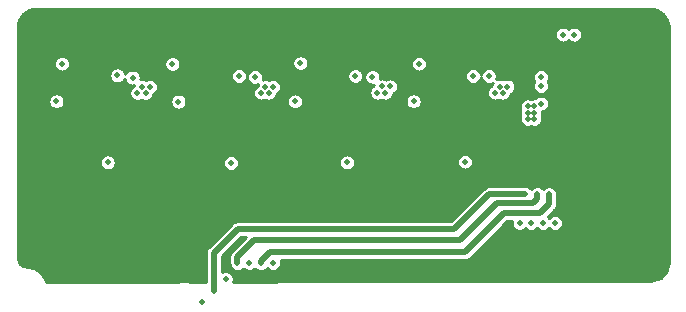
<source format=gbr>
G04 #@! TF.GenerationSoftware,KiCad,Pcbnew,(5.1.8)-1*
G04 #@! TF.CreationDate,2021-09-22T18:05:39+08:00*
G04 #@! TF.ProjectId,PowerSupply,506f7765-7253-4757-9070-6c792e6b6963,rev?*
G04 #@! TF.SameCoordinates,PX5e56640PY77750e0*
G04 #@! TF.FileFunction,Copper,L2,Inr*
G04 #@! TF.FilePolarity,Positive*
%FSLAX46Y46*%
G04 Gerber Fmt 4.6, Leading zero omitted, Abs format (unit mm)*
G04 Created by KiCad (PCBNEW (5.1.8)-1) date 2021-09-22 18:05:39*
%MOMM*%
%LPD*%
G01*
G04 APERTURE LIST*
G04 #@! TA.AperFunction,ViaPad*
%ADD10C,0.500000*%
G04 #@! TD*
G04 #@! TA.AperFunction,Conductor*
%ADD11C,0.500000*%
G04 #@! TD*
G04 #@! TA.AperFunction,Conductor*
%ADD12C,0.254000*%
G04 #@! TD*
G04 #@! TA.AperFunction,Conductor*
%ADD13C,0.100000*%
G04 #@! TD*
G04 APERTURE END LIST*
D10*
G04 #@! TO.N,GND*
X57060000Y29060000D03*
X57740000Y27470000D03*
X57065000Y27470000D03*
X56390001Y27480000D03*
X38300000Y24320000D03*
X38849999Y24320000D03*
X39400000Y24320000D03*
X48330000Y24310001D03*
X49430000Y24310000D03*
X48879999Y24310001D03*
X29680000Y24300000D03*
X29130000Y24300000D03*
X28580001Y24300000D03*
X18070000Y24320000D03*
X18619999Y24320000D03*
X19170000Y24320000D03*
X12160000Y33320000D03*
X13160000Y33320000D03*
X14160000Y33320000D03*
X15160000Y33320000D03*
X16160000Y33320000D03*
X17160000Y33320000D03*
X18160000Y33320000D03*
X19160000Y33320000D03*
X20160000Y33320000D03*
X21160000Y33320000D03*
X22160000Y33320000D03*
X23160000Y33320000D03*
X24160000Y33320000D03*
X25160000Y33320000D03*
X26160000Y33320000D03*
X27160000Y33320000D03*
X28160000Y33320000D03*
X29160000Y33320000D03*
X30160000Y33320000D03*
X31160000Y33320000D03*
X32160000Y33320000D03*
X33160000Y33320000D03*
X34160000Y33320000D03*
X35160000Y33320000D03*
X36160000Y33320000D03*
X37160000Y33320000D03*
X38160000Y33320000D03*
X39160000Y33320000D03*
X40160000Y33320000D03*
X41160000Y33320000D03*
X42160000Y33320000D03*
X43160000Y33320000D03*
X44160000Y33320000D03*
X45160000Y33320000D03*
X46160000Y33320000D03*
X47160000Y33320000D03*
X48160000Y33320000D03*
X49160000Y33320000D03*
X50160000Y33320000D03*
X51160000Y33320000D03*
X52160000Y33320000D03*
X53160000Y33320000D03*
X54160000Y33320000D03*
X55160000Y33320000D03*
X56160000Y33320000D03*
X57160000Y33320000D03*
X58160000Y33320000D03*
X59160000Y33320000D03*
X60160000Y33320000D03*
X61160000Y33320000D03*
X12290000Y32130000D03*
X13160000Y32320000D03*
X14160000Y32320000D03*
X15160000Y32320000D03*
X16160000Y32320000D03*
X17160000Y32320000D03*
X18160000Y32320000D03*
X19160000Y32320000D03*
X20160000Y32320000D03*
X21160000Y32320000D03*
X22160000Y32320000D03*
X23160000Y32320000D03*
X24160000Y32320000D03*
X25160000Y32320000D03*
X26160000Y32320000D03*
X27160000Y32320000D03*
X28160000Y32320000D03*
X29160000Y32320000D03*
X30160000Y32320000D03*
X31160000Y32320000D03*
X32160000Y32320000D03*
X33160000Y32320000D03*
X34160000Y32320000D03*
X35160000Y32320000D03*
X36160000Y32320000D03*
X37160000Y32320000D03*
X38160000Y32320000D03*
X39160000Y32320000D03*
X40160000Y32320000D03*
X41160000Y32320000D03*
X42160000Y32320000D03*
X43160000Y32320000D03*
X44160000Y32320000D03*
X45160000Y32320000D03*
X46160000Y32320000D03*
X47160000Y32320000D03*
X48160000Y32320000D03*
X49160000Y32320000D03*
X50160000Y32320000D03*
X51160000Y32320000D03*
X52160000Y32320000D03*
X53160000Y32320000D03*
X54160000Y32320000D03*
X55160000Y32320000D03*
X56160000Y32320000D03*
X57160000Y32320000D03*
X58160000Y32320000D03*
X59160000Y32320000D03*
X60160000Y32320000D03*
X61160000Y32320000D03*
X62160000Y32320000D03*
X62160000Y33320000D03*
X63160000Y32320000D03*
X63160000Y33320000D03*
X63860000Y32050000D03*
X64160000Y33320000D03*
X11300000Y33020000D03*
X10670000Y31600000D03*
X11780000Y31470000D03*
X10690000Y30590000D03*
X11690000Y30590000D03*
X10690000Y28590000D03*
X11690000Y28590000D03*
X10690000Y27590000D03*
X11690000Y27590000D03*
X10690000Y26590000D03*
X11690000Y26590000D03*
X10690000Y25590000D03*
X11690000Y25590000D03*
X10690000Y24590000D03*
X11690000Y24590000D03*
X10690000Y23590000D03*
X11690000Y23590000D03*
X10690000Y22590000D03*
X11690000Y22590000D03*
X10690000Y21590000D03*
X11690000Y21590000D03*
X10690000Y20590000D03*
X11690000Y20590000D03*
X10690000Y19590000D03*
X11690000Y19590000D03*
X10690000Y18590000D03*
X11690000Y18590000D03*
X10690000Y17590000D03*
X11690000Y17590000D03*
X10690000Y16590000D03*
X11690000Y16590000D03*
X10690000Y15590000D03*
X11690000Y15590000D03*
X10690000Y14590000D03*
X11690000Y14590000D03*
X10690000Y13590000D03*
X11690000Y13590000D03*
X10690000Y12590000D03*
X11690000Y12590000D03*
X11690000Y11590000D03*
X41690000Y11590000D03*
X42690000Y11590000D03*
X43690000Y11590000D03*
X44690000Y11590000D03*
X45690000Y11590000D03*
X46690000Y11590000D03*
X47690000Y11590000D03*
X48690000Y11590000D03*
X49690000Y11590000D03*
X50690000Y11590000D03*
X51690000Y11590000D03*
X52690000Y11590000D03*
X53690000Y11590000D03*
X54690000Y11590000D03*
X55690000Y11590000D03*
X56690000Y11590000D03*
X57690000Y11590000D03*
X58690000Y11590000D03*
X59690000Y11590000D03*
X60690000Y11590000D03*
X61690000Y11590000D03*
X62690000Y11590000D03*
X63600000Y11860000D03*
X33690000Y10590000D03*
X34690000Y10590000D03*
X35690000Y10590000D03*
X36690000Y10590000D03*
X37690000Y10590000D03*
X38690000Y10590000D03*
X39690000Y10590000D03*
X40690000Y10590000D03*
X41690000Y10590000D03*
X42690000Y10590000D03*
X43690000Y10590000D03*
X44690000Y10590000D03*
X45690000Y10590000D03*
X46690000Y10590000D03*
X47690000Y10590000D03*
X48690000Y10590000D03*
X49690000Y10590000D03*
X50690000Y10590000D03*
X51690000Y10590000D03*
X52690000Y10590000D03*
X53690000Y10590000D03*
X54690000Y10590000D03*
X55690000Y10590000D03*
X56690000Y10590000D03*
X57690000Y10590000D03*
X58690000Y10590000D03*
X59690000Y10590000D03*
X60690000Y10590000D03*
X61690000Y10590000D03*
X62690000Y10590000D03*
X63690000Y10590000D03*
X64870000Y32980000D03*
X64290000Y31450000D03*
X65380000Y31520000D03*
X64390000Y30490000D03*
X65380000Y30500000D03*
X64390000Y28490000D03*
X65390000Y28490000D03*
X64390000Y27490000D03*
X65390000Y27490000D03*
X64390000Y26490000D03*
X65390000Y26490000D03*
X64390000Y25490000D03*
X65390000Y25490000D03*
X64390000Y24490000D03*
X65390000Y24490000D03*
X64390000Y23490000D03*
X65390000Y23490000D03*
X64390000Y22490000D03*
X65390000Y22490000D03*
X64390000Y21490000D03*
X65390000Y21490000D03*
X64390000Y20490000D03*
X65390000Y20490000D03*
X64390000Y19490000D03*
X65390000Y19490000D03*
X64390000Y18490000D03*
X65390000Y18490000D03*
X64390000Y17490000D03*
X65390000Y17490000D03*
X64390000Y16490000D03*
X65390000Y16490000D03*
X64390000Y15490000D03*
X65390000Y15490000D03*
X64390000Y14490000D03*
X65390000Y14490000D03*
X64390000Y13490000D03*
X65390000Y13490000D03*
X64210000Y12480000D03*
X65390000Y12550000D03*
X65320000Y11760000D03*
X64440000Y10700000D03*
X57075000Y26693334D03*
X57750000Y26693334D03*
X56400000Y26703334D03*
X57065000Y25916668D03*
X56390001Y25926668D03*
X57740000Y25916668D03*
X56390000Y25150000D03*
X57065000Y25140000D03*
X57740000Y25140000D03*
X57019999Y18505001D03*
X57570000Y18505000D03*
X56470000Y18505001D03*
X57029999Y17805001D03*
X56480000Y17805001D03*
X57580000Y17805000D03*
X11690000Y29590000D03*
X10690000Y29590000D03*
X65390000Y29490000D03*
X64390000Y29490000D03*
X57429999Y14305001D03*
X57970000Y15005000D03*
X56870000Y15005001D03*
X56880000Y14305001D03*
X57980000Y14305000D03*
X57419999Y15005001D03*
X57970000Y13605000D03*
X57419999Y13605001D03*
X56880000Y12905001D03*
X57980000Y12905000D03*
X56870000Y13605001D03*
X57429999Y12905001D03*
X58680000Y12905001D03*
X59219999Y13605001D03*
X59770000Y13605000D03*
X59780000Y12905000D03*
X58670000Y13605001D03*
X59229999Y12905001D03*
X59219999Y15005001D03*
X59780000Y14305000D03*
X59229999Y14305001D03*
X58670000Y15005001D03*
X59770000Y15005000D03*
X58680000Y14305001D03*
X21660000Y32820000D03*
X36660000Y32820000D03*
X52660000Y32820000D03*
X53660000Y32820000D03*
X54660000Y32820000D03*
X59660000Y32820000D03*
X43660000Y32820000D03*
X44660000Y32820000D03*
X48660000Y32820000D03*
X19660000Y32820000D03*
X51660000Y32820000D03*
X28660000Y32820000D03*
X56660000Y32820000D03*
X22660000Y32820000D03*
X37660000Y32820000D03*
X27660000Y32820000D03*
X55660000Y32820000D03*
X39660000Y32820000D03*
X46660000Y32820000D03*
X50660000Y32820000D03*
X31660000Y32820000D03*
X20660000Y32820000D03*
X23660000Y32820000D03*
X34660000Y32820000D03*
X32660000Y32820000D03*
X29660000Y32820000D03*
X57660000Y32820000D03*
X61660000Y32820000D03*
X45660000Y32820000D03*
X49660000Y32820000D03*
X41660000Y32820000D03*
X18660000Y32820000D03*
X60660000Y32820000D03*
X30660000Y32820000D03*
X42660000Y32820000D03*
X24660000Y32820000D03*
X58660000Y32820000D03*
X40660000Y32820000D03*
X33660000Y32820000D03*
X25660000Y32820000D03*
X35660000Y32820000D03*
X26660000Y32820000D03*
X38660000Y32820000D03*
X47660000Y32820000D03*
X62660000Y32820000D03*
X63660000Y32820000D03*
X64370000Y32530000D03*
X12590000Y32770000D03*
X13660000Y32820000D03*
X14660000Y32820000D03*
X15660000Y32820000D03*
X16660000Y32820000D03*
X17660000Y32820000D03*
X64770000Y31920000D03*
X64890000Y31060000D03*
X64900000Y29990000D03*
X64890000Y17980000D03*
X64890000Y13980000D03*
X64100000Y11360000D03*
X64890000Y27980000D03*
X64890000Y21980000D03*
X64890000Y25980000D03*
X64890000Y20980000D03*
X64890000Y15980000D03*
X64820000Y12910000D03*
X64890000Y14980000D03*
X64890000Y24980000D03*
X64890000Y23980000D03*
X64890000Y19980000D03*
X64890000Y16980000D03*
X64890000Y22980000D03*
X64890000Y18980000D03*
X64890000Y26980000D03*
X64890000Y28980000D03*
X10850000Y32400000D03*
X11190000Y27110000D03*
X11190000Y20110000D03*
X11190000Y29110000D03*
X11190000Y19110000D03*
X11190000Y31110000D03*
X11190000Y28110000D03*
X11190000Y26110000D03*
X11190000Y24110000D03*
X11190000Y23110000D03*
X11190000Y22110000D03*
X11190000Y21110000D03*
X11190000Y25110000D03*
X11190000Y15110000D03*
X11190000Y13110000D03*
X11190000Y14110000D03*
X11190000Y17110000D03*
X11190000Y18110000D03*
X11190000Y16110000D03*
X11190000Y30110000D03*
X11190000Y12090000D03*
X47210000Y11080000D03*
X54210000Y11080000D03*
X41210000Y11080000D03*
X43210000Y11080000D03*
X62210000Y11080000D03*
X55210000Y11080000D03*
X48210000Y11080000D03*
X61210000Y11080000D03*
X49210000Y11080000D03*
X51210000Y11080000D03*
X58210000Y11080000D03*
X57210000Y11080000D03*
X56210000Y11080000D03*
X50210000Y11080000D03*
X42210000Y11080000D03*
X44210000Y11080000D03*
X45210000Y11080000D03*
X46210000Y11080000D03*
X60210000Y11080000D03*
X53210000Y11080000D03*
X59210000Y11080000D03*
X63210000Y11080000D03*
X52210000Y11080000D03*
X11800000Y32570000D03*
X11360000Y31990000D03*
X65310000Y32360000D03*
X64650000Y11940000D03*
X64980000Y11120000D03*
X23920000Y22730000D03*
X23920000Y22130000D03*
X23920000Y21530000D03*
X24520000Y22730000D03*
X25130000Y22730000D03*
X35410000Y22640000D03*
X34200000Y22640000D03*
X34200000Y21440000D03*
X34800000Y22640000D03*
X34200000Y22040000D03*
X44190000Y22070000D03*
X45400000Y22670000D03*
X44190000Y21470000D03*
X44190000Y22670000D03*
X44790000Y22670000D03*
X57019999Y19895001D03*
X56480000Y19195001D03*
X56470000Y19895001D03*
X57570000Y19895000D03*
X57580000Y19195000D03*
X57029999Y19195001D03*
X55279999Y19895001D03*
X54740000Y19195001D03*
X55840000Y19195000D03*
X55830000Y19895000D03*
X54730000Y19895001D03*
X55289999Y19195001D03*
X53590000Y19195001D03*
X54139999Y19195001D03*
X53580000Y19895001D03*
X54129999Y19895001D03*
G04 #@! TO.N,+3V3*
X48980000Y27800000D03*
X48310000Y20530000D03*
G04 #@! TO.N,+5V*
X40880000Y26380000D03*
X41570000Y26380000D03*
X50860000Y26380000D03*
X51500000Y26380000D03*
X31040000Y26370000D03*
X31690000Y26370000D03*
X53620000Y25220000D03*
X54180000Y25220000D03*
X54730000Y25460000D03*
X53620000Y24690000D03*
X54180000Y24685000D03*
X53620000Y24150000D03*
X54180000Y24150000D03*
X13720000Y25640000D03*
X20580000Y26340000D03*
X21260000Y26340000D03*
X20970000Y26860000D03*
X21640000Y26860000D03*
X31410000Y26860000D03*
X32060000Y26860000D03*
X24050000Y25630000D03*
X41280000Y26910000D03*
X41970000Y26910000D03*
X33930000Y25640000D03*
X51260000Y26900000D03*
X51900000Y26900000D03*
X43950000Y25640000D03*
G04 #@! TO.N,+1V2*
X18870000Y27840000D03*
X18060000Y20470000D03*
G04 #@! TO.N,+1V5*
X29180000Y27790000D03*
X28510000Y20410000D03*
G04 #@! TO.N,+2V5*
X39030000Y27800000D03*
X38310000Y20470000D03*
G04 #@! TO.N,Net-(1V2-Pad1)*
X20160000Y27660000D03*
X14180002Y28840000D03*
G04 #@! TO.N,Net-(1V5-Pad1)*
X30530000Y27720000D03*
X23540000Y28810000D03*
G04 #@! TO.N,Net-(2V5-Pad1)*
X40470000Y27730000D03*
X34380000Y28870000D03*
G04 #@! TO.N,Net-(3V3-Pad1)*
X50320000Y27780000D03*
X44410000Y28830000D03*
G04 #@! TO.N,Net-(C3-Pad1)*
X56600000Y31300000D03*
X54750000Y27700000D03*
G04 #@! TO.N,Net-(R34-Pad2)*
X54740000Y26940000D03*
X57560000Y31300000D03*
G04 #@! TO.N,REG_EN2*
X26050000Y8690000D03*
X52925000Y15350000D03*
G04 #@! TO.N,REG_EN1*
X27050000Y9630000D03*
X53420000Y17785000D03*
G04 #@! TO.N,REG_CHG*
X28043332Y10610000D03*
X53920000Y15345000D03*
G04 #@! TO.N,REG_POWER*
X29044998Y11945000D03*
X54420000Y17785000D03*
G04 #@! TO.N,BAT_ISET*
X30046664Y11945000D03*
X54920000Y15345000D03*
G04 #@! TO.N,BAT_PG*
X31048330Y11945000D03*
X55420000Y17785000D03*
G04 #@! TO.N,BAT_CHG*
X32060000Y11945000D03*
X55920000Y15345000D03*
G04 #@! TD*
D11*
G04 #@! TO.N,REG_EN1*
X27050000Y12825000D02*
X27050000Y9630000D01*
X29065000Y14840000D02*
X27050000Y12825000D01*
X47420000Y14840000D02*
X29065000Y14840000D01*
X50365000Y17785000D02*
X47420000Y14840000D01*
X53420000Y17785000D02*
X50365000Y17785000D01*
G04 #@! TO.N,REG_POWER*
X30440000Y13890000D02*
X29044998Y12494998D01*
X47910000Y13890000D02*
X30440000Y13890000D01*
X51020000Y17000000D02*
X47910000Y13890000D01*
X54025000Y17000000D02*
X51020000Y17000000D01*
X54420000Y17395000D02*
X54025000Y17000000D01*
X54420000Y17785000D02*
X54420000Y17395000D01*
X29044998Y12494998D02*
X29044998Y11945000D01*
G04 #@! TO.N,BAT_PG*
X54625000Y16150000D02*
X55420000Y16945000D01*
X51580000Y16150000D02*
X54625000Y16150000D01*
X48300000Y12870000D02*
X51580000Y16150000D01*
X55420000Y16945000D02*
X55420000Y17785000D01*
X31770000Y12870000D02*
X48300000Y12870000D01*
X31048330Y12148330D02*
X31770000Y12870000D01*
X31048330Y11945000D02*
X31048330Y12148330D01*
G04 #@! TD*
D12*
G04 #@! TO.N,GND*
X64300374Y33457004D02*
X64589309Y33369770D01*
X64855796Y33228076D01*
X65089685Y33037321D01*
X65282070Y32804767D01*
X65425622Y32539275D01*
X65514871Y32250958D01*
X65548624Y31929813D01*
X65548001Y12022124D01*
X65516379Y11699622D01*
X65429145Y11410690D01*
X65287452Y11144204D01*
X65096697Y10910315D01*
X64864143Y10717930D01*
X64598650Y10574378D01*
X64310334Y10485129D01*
X63989185Y10451376D01*
X32853177Y10451997D01*
X32793507Y10470097D01*
X32700000Y10479307D01*
X32606492Y10470097D01*
X32516577Y10442822D01*
X32433711Y10398529D01*
X32395293Y10367000D01*
X28675458Y10367000D01*
X28694316Y10412526D01*
X28720332Y10543321D01*
X28720332Y10676679D01*
X28694316Y10807474D01*
X28643282Y10930680D01*
X28569192Y11041563D01*
X28474895Y11135860D01*
X28364012Y11209950D01*
X28240806Y11260984D01*
X28110011Y11287000D01*
X27976653Y11287000D01*
X27845858Y11260984D01*
X27727000Y11211751D01*
X27727000Y12544578D01*
X29345422Y14163000D01*
X29755577Y14163000D01*
X28589798Y12997220D01*
X28563971Y12976024D01*
X28479370Y12872938D01*
X28416506Y12755327D01*
X28377794Y12627712D01*
X28367998Y12528249D01*
X28367998Y12528243D01*
X28364724Y12494998D01*
X28367998Y12461753D01*
X28367998Y11878321D01*
X28374519Y11845536D01*
X28377794Y11812285D01*
X28387492Y11780315D01*
X28394014Y11747526D01*
X28406809Y11716636D01*
X28416506Y11684670D01*
X28432254Y11655208D01*
X28445048Y11624320D01*
X28463621Y11596524D01*
X28479370Y11567059D01*
X28500565Y11541233D01*
X28519138Y11513437D01*
X28542780Y11489795D01*
X28563972Y11463973D01*
X28589792Y11442783D01*
X28613435Y11419140D01*
X28641235Y11400565D01*
X28667058Y11379372D01*
X28696518Y11363625D01*
X28724318Y11345050D01*
X28755210Y11332254D01*
X28784669Y11316508D01*
X28816632Y11306812D01*
X28847524Y11294016D01*
X28880316Y11287493D01*
X28912284Y11277796D01*
X28945533Y11274521D01*
X28978319Y11268000D01*
X29011746Y11268000D01*
X29044998Y11264725D01*
X29078250Y11268000D01*
X29111677Y11268000D01*
X29144462Y11274521D01*
X29177713Y11277796D01*
X29209683Y11287494D01*
X29242472Y11294016D01*
X29273362Y11306811D01*
X29305328Y11316508D01*
X29334790Y11332256D01*
X29365678Y11345050D01*
X29393474Y11363623D01*
X29422939Y11379372D01*
X29448767Y11400568D01*
X29476561Y11419140D01*
X29500199Y11442778D01*
X29526025Y11463973D01*
X29545968Y11488273D01*
X29615101Y11419140D01*
X29725984Y11345050D01*
X29849190Y11294016D01*
X29979985Y11268000D01*
X30113343Y11268000D01*
X30244138Y11294016D01*
X30367344Y11345050D01*
X30478227Y11419140D01*
X30547361Y11488274D01*
X30567303Y11463974D01*
X30593125Y11442782D01*
X30616767Y11419140D01*
X30644563Y11400567D01*
X30670389Y11379372D01*
X30699854Y11363623D01*
X30727650Y11345050D01*
X30758538Y11332256D01*
X30788000Y11316508D01*
X30819966Y11306811D01*
X30850856Y11294016D01*
X30883645Y11287494D01*
X30915615Y11277796D01*
X30948866Y11274521D01*
X30981651Y11268000D01*
X31015078Y11268000D01*
X31048330Y11264725D01*
X31081582Y11268000D01*
X31115009Y11268000D01*
X31147795Y11274521D01*
X31181044Y11277796D01*
X31213012Y11287493D01*
X31245804Y11294016D01*
X31276696Y11306812D01*
X31308659Y11316508D01*
X31338118Y11332254D01*
X31369010Y11345050D01*
X31396810Y11363625D01*
X31426270Y11379372D01*
X31452093Y11400565D01*
X31479893Y11419140D01*
X31503536Y11442783D01*
X31529356Y11463973D01*
X31550548Y11489795D01*
X31554165Y11493412D01*
X31628437Y11419140D01*
X31739320Y11345050D01*
X31862526Y11294016D01*
X31993321Y11268000D01*
X32126679Y11268000D01*
X32257474Y11294016D01*
X32380680Y11345050D01*
X32491563Y11419140D01*
X32585860Y11513437D01*
X32659950Y11624320D01*
X32710984Y11747526D01*
X32737000Y11878321D01*
X32737000Y12011679D01*
X32710984Y12142474D01*
X32690055Y12193000D01*
X48266755Y12193000D01*
X48300000Y12189726D01*
X48333245Y12193000D01*
X48333252Y12193000D01*
X48432715Y12202796D01*
X48560330Y12241508D01*
X48677941Y12304372D01*
X48781027Y12388973D01*
X48802226Y12414804D01*
X51860422Y15473000D01*
X52259203Y15473000D01*
X52248000Y15416679D01*
X52248000Y15283321D01*
X52274016Y15152526D01*
X52325050Y15029320D01*
X52399140Y14918437D01*
X52493437Y14824140D01*
X52604320Y14750050D01*
X52727526Y14699016D01*
X52858321Y14673000D01*
X52991679Y14673000D01*
X53122474Y14699016D01*
X53245680Y14750050D01*
X53356563Y14824140D01*
X53420000Y14887577D01*
X53488437Y14819140D01*
X53599320Y14745050D01*
X53722526Y14694016D01*
X53853321Y14668000D01*
X53986679Y14668000D01*
X54117474Y14694016D01*
X54240680Y14745050D01*
X54351563Y14819140D01*
X54420000Y14887577D01*
X54488437Y14819140D01*
X54599320Y14745050D01*
X54722526Y14694016D01*
X54853321Y14668000D01*
X54986679Y14668000D01*
X55117474Y14694016D01*
X55240680Y14745050D01*
X55351563Y14819140D01*
X55420000Y14887577D01*
X55488437Y14819140D01*
X55599320Y14745050D01*
X55722526Y14694016D01*
X55853321Y14668000D01*
X55986679Y14668000D01*
X56117474Y14694016D01*
X56240680Y14745050D01*
X56351563Y14819140D01*
X56445860Y14913437D01*
X56519950Y15024320D01*
X56570984Y15147526D01*
X56597000Y15278321D01*
X56597000Y15411679D01*
X56570984Y15542474D01*
X56519950Y15665680D01*
X56445860Y15776563D01*
X56351563Y15870860D01*
X56240680Y15944950D01*
X56117474Y15995984D01*
X55986679Y16022000D01*
X55853321Y16022000D01*
X55722526Y15995984D01*
X55599320Y15944950D01*
X55488437Y15870860D01*
X55420000Y15802423D01*
X55351563Y15870860D01*
X55322621Y15890199D01*
X55875205Y16442782D01*
X55901026Y16463973D01*
X55922218Y16489795D01*
X55922224Y16489801D01*
X55985628Y16567059D01*
X56048492Y16684670D01*
X56087204Y16812285D01*
X56100275Y16945000D01*
X56097000Y16978252D01*
X56097000Y17851679D01*
X56090479Y17884464D01*
X56087204Y17917715D01*
X56077506Y17949685D01*
X56070984Y17982474D01*
X56058189Y18013364D01*
X56048492Y18045330D01*
X56032744Y18074792D01*
X56019950Y18105680D01*
X56001377Y18133476D01*
X55985628Y18162941D01*
X55964432Y18188769D01*
X55945860Y18216563D01*
X55922222Y18240201D01*
X55901027Y18266027D01*
X55875199Y18287224D01*
X55851563Y18310860D01*
X55823769Y18329432D01*
X55797941Y18350628D01*
X55768476Y18366377D01*
X55740680Y18384950D01*
X55709792Y18397744D01*
X55680330Y18413492D01*
X55648364Y18423189D01*
X55617474Y18435984D01*
X55584685Y18442506D01*
X55552715Y18452204D01*
X55519464Y18455479D01*
X55486679Y18462000D01*
X55453252Y18462000D01*
X55420000Y18465275D01*
X55386748Y18462000D01*
X55353321Y18462000D01*
X55320535Y18455479D01*
X55287286Y18452204D01*
X55255318Y18442507D01*
X55222526Y18435984D01*
X55191634Y18423188D01*
X55159671Y18413492D01*
X55130212Y18397746D01*
X55099320Y18384950D01*
X55071520Y18366375D01*
X55042060Y18350628D01*
X55016237Y18329435D01*
X54988437Y18310860D01*
X54964794Y18287217D01*
X54938974Y18266027D01*
X54920000Y18242907D01*
X54901026Y18266027D01*
X54875206Y18287217D01*
X54851563Y18310860D01*
X54823763Y18329435D01*
X54797940Y18350628D01*
X54768480Y18366375D01*
X54740680Y18384950D01*
X54709788Y18397746D01*
X54680329Y18413492D01*
X54648366Y18423188D01*
X54617474Y18435984D01*
X54584682Y18442507D01*
X54552714Y18452204D01*
X54519465Y18455479D01*
X54486679Y18462000D01*
X54453252Y18462000D01*
X54420000Y18465275D01*
X54386748Y18462000D01*
X54353321Y18462000D01*
X54320536Y18455479D01*
X54287285Y18452204D01*
X54255315Y18442506D01*
X54222526Y18435984D01*
X54191636Y18423189D01*
X54159670Y18413492D01*
X54130208Y18397744D01*
X54099320Y18384950D01*
X54071524Y18366377D01*
X54042059Y18350628D01*
X54016233Y18329433D01*
X53988437Y18310860D01*
X53964795Y18287218D01*
X53938973Y18266026D01*
X53920000Y18242908D01*
X53901027Y18266027D01*
X53875199Y18287224D01*
X53851563Y18310860D01*
X53823769Y18329432D01*
X53797941Y18350628D01*
X53768476Y18366377D01*
X53740680Y18384950D01*
X53709792Y18397744D01*
X53680330Y18413492D01*
X53648364Y18423189D01*
X53617474Y18435984D01*
X53584685Y18442506D01*
X53552715Y18452204D01*
X53519464Y18455479D01*
X53486679Y18462000D01*
X50398245Y18462000D01*
X50365000Y18465274D01*
X50331755Y18462000D01*
X50331748Y18462000D01*
X50232285Y18452204D01*
X50104670Y18413492D01*
X49987059Y18350628D01*
X49883973Y18266027D01*
X49862778Y18240201D01*
X47139578Y15517000D01*
X29098241Y15517000D01*
X29064999Y15520274D01*
X29031757Y15517000D01*
X29031748Y15517000D01*
X28932285Y15507204D01*
X28804670Y15468492D01*
X28687059Y15405628D01*
X28583973Y15321027D01*
X28562776Y15295198D01*
X26594800Y13327222D01*
X26568973Y13306026D01*
X26547778Y13280200D01*
X26547776Y13280198D01*
X26521303Y13247940D01*
X26484372Y13202940D01*
X26421508Y13085329D01*
X26382796Y12957714D01*
X26373000Y12858251D01*
X26373000Y12858245D01*
X26369726Y12825000D01*
X26373000Y12791755D01*
X26373001Y10367000D01*
X25093564Y10367000D01*
X25086767Y10369746D01*
X25046928Y10386494D01*
X25040560Y10388416D01*
X25040554Y10388418D01*
X25040548Y10388419D01*
X24862688Y10440766D01*
X24820198Y10448871D01*
X24777872Y10457560D01*
X24771244Y10458210D01*
X24586600Y10475014D01*
X24543368Y10474712D01*
X24500135Y10475014D01*
X24493507Y10474364D01*
X24309114Y10454983D01*
X24266754Y10446288D01*
X24224301Y10438190D01*
X24217933Y10436267D01*
X24217921Y10436264D01*
X24217910Y10436259D01*
X24040809Y10381438D01*
X24006462Y10367000D01*
X12809477Y10367000D01*
X12809087Y10369045D01*
X12807263Y10375086D01*
X12737970Y10598937D01*
X12722094Y10636705D01*
X12706748Y10674688D01*
X12703785Y10680260D01*
X12592332Y10886387D01*
X12569409Y10920372D01*
X12546992Y10954629D01*
X12543004Y10959519D01*
X12543003Y10959521D01*
X12542998Y10959526D01*
X12393635Y11140073D01*
X12364569Y11168938D01*
X12335904Y11198209D01*
X12331047Y11202227D01*
X12331041Y11202233D01*
X12331034Y11202237D01*
X12149449Y11350335D01*
X12115342Y11372996D01*
X12081525Y11396150D01*
X12075974Y11399152D01*
X11869074Y11509163D01*
X11831164Y11524789D01*
X11793544Y11540913D01*
X11787525Y11542776D01*
X11787515Y11542780D01*
X11787505Y11542782D01*
X11563189Y11610508D01*
X11522994Y11618467D01*
X11482928Y11626983D01*
X11476657Y11627642D01*
X11476654Y11627643D01*
X11476651Y11627643D01*
X11243440Y11650509D01*
X11054337Y11669050D01*
X10914867Y11711159D01*
X10786228Y11779558D01*
X10673326Y11871639D01*
X10580460Y11983893D01*
X10511164Y12112054D01*
X10468082Y12251228D01*
X10450668Y12416912D01*
X10450961Y20536679D01*
X17383000Y20536679D01*
X17383000Y20403321D01*
X17409016Y20272526D01*
X17460050Y20149320D01*
X17534140Y20038437D01*
X17628437Y19944140D01*
X17739320Y19870050D01*
X17862526Y19819016D01*
X17993321Y19793000D01*
X18126679Y19793000D01*
X18257474Y19819016D01*
X18380680Y19870050D01*
X18491563Y19944140D01*
X18585860Y20038437D01*
X18659950Y20149320D01*
X18710984Y20272526D01*
X18737000Y20403321D01*
X18737000Y20476679D01*
X27833000Y20476679D01*
X27833000Y20343321D01*
X27859016Y20212526D01*
X27910050Y20089320D01*
X27984140Y19978437D01*
X28078437Y19884140D01*
X28189320Y19810050D01*
X28312526Y19759016D01*
X28443321Y19733000D01*
X28576679Y19733000D01*
X28707474Y19759016D01*
X28830680Y19810050D01*
X28941563Y19884140D01*
X29035860Y19978437D01*
X29109950Y20089320D01*
X29160984Y20212526D01*
X29187000Y20343321D01*
X29187000Y20476679D01*
X29175066Y20536679D01*
X37633000Y20536679D01*
X37633000Y20403321D01*
X37659016Y20272526D01*
X37710050Y20149320D01*
X37784140Y20038437D01*
X37878437Y19944140D01*
X37989320Y19870050D01*
X38112526Y19819016D01*
X38243321Y19793000D01*
X38376679Y19793000D01*
X38507474Y19819016D01*
X38630680Y19870050D01*
X38741563Y19944140D01*
X38835860Y20038437D01*
X38909950Y20149320D01*
X38960984Y20272526D01*
X38987000Y20403321D01*
X38987000Y20536679D01*
X38975066Y20596679D01*
X47633000Y20596679D01*
X47633000Y20463321D01*
X47659016Y20332526D01*
X47710050Y20209320D01*
X47784140Y20098437D01*
X47878437Y20004140D01*
X47989320Y19930050D01*
X48112526Y19879016D01*
X48243321Y19853000D01*
X48376679Y19853000D01*
X48507474Y19879016D01*
X48630680Y19930050D01*
X48741563Y20004140D01*
X48835860Y20098437D01*
X48909950Y20209320D01*
X48960984Y20332526D01*
X48987000Y20463321D01*
X48987000Y20596679D01*
X48960984Y20727474D01*
X48909950Y20850680D01*
X48835860Y20961563D01*
X48741563Y21055860D01*
X48630680Y21129950D01*
X48507474Y21180984D01*
X48376679Y21207000D01*
X48243321Y21207000D01*
X48112526Y21180984D01*
X47989320Y21129950D01*
X47878437Y21055860D01*
X47784140Y20961563D01*
X47710050Y20850680D01*
X47659016Y20727474D01*
X47633000Y20596679D01*
X38975066Y20596679D01*
X38960984Y20667474D01*
X38909950Y20790680D01*
X38835860Y20901563D01*
X38741563Y20995860D01*
X38630680Y21069950D01*
X38507474Y21120984D01*
X38376679Y21147000D01*
X38243321Y21147000D01*
X38112526Y21120984D01*
X37989320Y21069950D01*
X37878437Y20995860D01*
X37784140Y20901563D01*
X37710050Y20790680D01*
X37659016Y20667474D01*
X37633000Y20536679D01*
X29175066Y20536679D01*
X29160984Y20607474D01*
X29109950Y20730680D01*
X29035860Y20841563D01*
X28941563Y20935860D01*
X28830680Y21009950D01*
X28707474Y21060984D01*
X28576679Y21087000D01*
X28443321Y21087000D01*
X28312526Y21060984D01*
X28189320Y21009950D01*
X28078437Y20935860D01*
X27984140Y20841563D01*
X27910050Y20730680D01*
X27859016Y20607474D01*
X27833000Y20476679D01*
X18737000Y20476679D01*
X18737000Y20536679D01*
X18710984Y20667474D01*
X18659950Y20790680D01*
X18585860Y20901563D01*
X18491563Y20995860D01*
X18380680Y21069950D01*
X18257474Y21120984D01*
X18126679Y21147000D01*
X17993321Y21147000D01*
X17862526Y21120984D01*
X17739320Y21069950D01*
X17628437Y20995860D01*
X17534140Y20901563D01*
X17460050Y20790680D01*
X17409016Y20667474D01*
X17383000Y20536679D01*
X10450961Y20536679D01*
X10451149Y25706679D01*
X13043000Y25706679D01*
X13043000Y25573321D01*
X13069016Y25442526D01*
X13120050Y25319320D01*
X13194140Y25208437D01*
X13288437Y25114140D01*
X13399320Y25040050D01*
X13522526Y24989016D01*
X13653321Y24963000D01*
X13786679Y24963000D01*
X13917474Y24989016D01*
X14040680Y25040050D01*
X14151563Y25114140D01*
X14245860Y25208437D01*
X14319950Y25319320D01*
X14370984Y25442526D01*
X14397000Y25573321D01*
X14397000Y25706679D01*
X14370984Y25837474D01*
X14319950Y25960680D01*
X14245860Y26071563D01*
X14151563Y26165860D01*
X14040680Y26239950D01*
X13917474Y26290984D01*
X13786679Y26317000D01*
X13653321Y26317000D01*
X13522526Y26290984D01*
X13399320Y26239950D01*
X13288437Y26165860D01*
X13194140Y26071563D01*
X13120050Y25960680D01*
X13069016Y25837474D01*
X13043000Y25706679D01*
X10451149Y25706679D01*
X10451228Y27906679D01*
X18193000Y27906679D01*
X18193000Y27773321D01*
X18219016Y27642526D01*
X18270050Y27519320D01*
X18344140Y27408437D01*
X18438437Y27314140D01*
X18549320Y27240050D01*
X18672526Y27189016D01*
X18803321Y27163000D01*
X18936679Y27163000D01*
X19067474Y27189016D01*
X19190680Y27240050D01*
X19301563Y27314140D01*
X19395860Y27408437D01*
X19469950Y27519320D01*
X19488711Y27564612D01*
X19509016Y27462526D01*
X19560050Y27339320D01*
X19634140Y27228437D01*
X19728437Y27134140D01*
X19839320Y27060050D01*
X19962526Y27009016D01*
X20093321Y26983000D01*
X20226679Y26983000D01*
X20307396Y26999055D01*
X20298901Y26956345D01*
X20259320Y26939950D01*
X20148437Y26865860D01*
X20054140Y26771563D01*
X19980050Y26660680D01*
X19929016Y26537474D01*
X19903000Y26406679D01*
X19903000Y26273321D01*
X19929016Y26142526D01*
X19980050Y26019320D01*
X20054140Y25908437D01*
X20148437Y25814140D01*
X20259320Y25740050D01*
X20382526Y25689016D01*
X20513321Y25663000D01*
X20646679Y25663000D01*
X20777474Y25689016D01*
X20900680Y25740050D01*
X20920000Y25752959D01*
X20939320Y25740050D01*
X21062526Y25689016D01*
X21193321Y25663000D01*
X21326679Y25663000D01*
X21457474Y25689016D01*
X21475973Y25696679D01*
X23373000Y25696679D01*
X23373000Y25563321D01*
X23399016Y25432526D01*
X23450050Y25309320D01*
X23524140Y25198437D01*
X23618437Y25104140D01*
X23729320Y25030050D01*
X23852526Y24979016D01*
X23983321Y24953000D01*
X24116679Y24953000D01*
X24247474Y24979016D01*
X24370680Y25030050D01*
X24481563Y25104140D01*
X24575860Y25198437D01*
X24649950Y25309320D01*
X24700984Y25432526D01*
X24727000Y25563321D01*
X24727000Y25696679D01*
X24700984Y25827474D01*
X24649950Y25950680D01*
X24575860Y26061563D01*
X24481563Y26155860D01*
X24370680Y26229950D01*
X24247474Y26280984D01*
X24116679Y26307000D01*
X23983321Y26307000D01*
X23852526Y26280984D01*
X23729320Y26229950D01*
X23618437Y26155860D01*
X23524140Y26061563D01*
X23450050Y25950680D01*
X23399016Y25827474D01*
X23373000Y25696679D01*
X21475973Y25696679D01*
X21580680Y25740050D01*
X21691563Y25814140D01*
X21785860Y25908437D01*
X21859950Y26019320D01*
X21910984Y26142526D01*
X21931997Y26248169D01*
X21960680Y26260050D01*
X22071563Y26334140D01*
X22165860Y26428437D01*
X22239950Y26539320D01*
X22290984Y26662526D01*
X22317000Y26793321D01*
X22317000Y26926679D01*
X22290984Y27057474D01*
X22239950Y27180680D01*
X22165860Y27291563D01*
X22071563Y27385860D01*
X21960680Y27459950D01*
X21837474Y27510984D01*
X21706679Y27537000D01*
X21573321Y27537000D01*
X21442526Y27510984D01*
X21319320Y27459950D01*
X21305000Y27450382D01*
X21290680Y27459950D01*
X21167474Y27510984D01*
X21036679Y27537000D01*
X20903321Y27537000D01*
X20822604Y27520945D01*
X20837000Y27593321D01*
X20837000Y27726679D01*
X20811143Y27856679D01*
X28503000Y27856679D01*
X28503000Y27723321D01*
X28529016Y27592526D01*
X28580050Y27469320D01*
X28654140Y27358437D01*
X28748437Y27264140D01*
X28859320Y27190050D01*
X28982526Y27139016D01*
X29113321Y27113000D01*
X29246679Y27113000D01*
X29377474Y27139016D01*
X29500680Y27190050D01*
X29611563Y27264140D01*
X29705860Y27358437D01*
X29779950Y27469320D01*
X29830984Y27592526D01*
X29853000Y27703211D01*
X29853000Y27653321D01*
X29879016Y27522526D01*
X29930050Y27399320D01*
X30004140Y27288437D01*
X30098437Y27194140D01*
X30209320Y27120050D01*
X30332526Y27069016D01*
X30463321Y27043000D01*
X30596679Y27043000D01*
X30727474Y27069016D01*
X30771320Y27087178D01*
X30759016Y27057474D01*
X30743608Y26980010D01*
X30719320Y26969950D01*
X30608437Y26895860D01*
X30514140Y26801563D01*
X30440050Y26690680D01*
X30389016Y26567474D01*
X30363000Y26436679D01*
X30363000Y26303321D01*
X30389016Y26172526D01*
X30440050Y26049320D01*
X30514140Y25938437D01*
X30608437Y25844140D01*
X30719320Y25770050D01*
X30842526Y25719016D01*
X30973321Y25693000D01*
X31106679Y25693000D01*
X31237474Y25719016D01*
X31360680Y25770050D01*
X31365000Y25772937D01*
X31369320Y25770050D01*
X31492526Y25719016D01*
X31623321Y25693000D01*
X31756679Y25693000D01*
X31825449Y25706679D01*
X33253000Y25706679D01*
X33253000Y25573321D01*
X33279016Y25442526D01*
X33330050Y25319320D01*
X33404140Y25208437D01*
X33498437Y25114140D01*
X33609320Y25040050D01*
X33732526Y24989016D01*
X33863321Y24963000D01*
X33996679Y24963000D01*
X34127474Y24989016D01*
X34250680Y25040050D01*
X34361563Y25114140D01*
X34455860Y25208437D01*
X34529950Y25319320D01*
X34580984Y25442526D01*
X34607000Y25573321D01*
X34607000Y25706679D01*
X34580984Y25837474D01*
X34529950Y25960680D01*
X34455860Y26071563D01*
X34361563Y26165860D01*
X34250680Y26239950D01*
X34127474Y26290984D01*
X33996679Y26317000D01*
X33863321Y26317000D01*
X33732526Y26290984D01*
X33609320Y26239950D01*
X33498437Y26165860D01*
X33404140Y26071563D01*
X33330050Y25960680D01*
X33279016Y25837474D01*
X33253000Y25706679D01*
X31825449Y25706679D01*
X31887474Y25719016D01*
X32010680Y25770050D01*
X32121563Y25844140D01*
X32215860Y25938437D01*
X32289950Y26049320D01*
X32340984Y26172526D01*
X32356392Y26249990D01*
X32380680Y26260050D01*
X32491563Y26334140D01*
X32585860Y26428437D01*
X32659950Y26539320D01*
X32710984Y26662526D01*
X32737000Y26793321D01*
X32737000Y26926679D01*
X32710984Y27057474D01*
X32659950Y27180680D01*
X32585860Y27291563D01*
X32491563Y27385860D01*
X32380680Y27459950D01*
X32257474Y27510984D01*
X32126679Y27537000D01*
X31993321Y27537000D01*
X31862526Y27510984D01*
X31739320Y27459950D01*
X31735000Y27457063D01*
X31730680Y27459950D01*
X31607474Y27510984D01*
X31476679Y27537000D01*
X31343321Y27537000D01*
X31212526Y27510984D01*
X31168680Y27492822D01*
X31180984Y27522526D01*
X31207000Y27653321D01*
X31207000Y27786679D01*
X31191088Y27866679D01*
X38353000Y27866679D01*
X38353000Y27733321D01*
X38379016Y27602526D01*
X38430050Y27479320D01*
X38504140Y27368437D01*
X38598437Y27274140D01*
X38709320Y27200050D01*
X38832526Y27149016D01*
X38963321Y27123000D01*
X39096679Y27123000D01*
X39227474Y27149016D01*
X39350680Y27200050D01*
X39461563Y27274140D01*
X39555860Y27368437D01*
X39629950Y27479320D01*
X39680984Y27602526D01*
X39707000Y27733321D01*
X39707000Y27796679D01*
X39793000Y27796679D01*
X39793000Y27663321D01*
X39819016Y27532526D01*
X39870050Y27409320D01*
X39944140Y27298437D01*
X40038437Y27204140D01*
X40149320Y27130050D01*
X40272526Y27079016D01*
X40403321Y27053000D01*
X40536679Y27053000D01*
X40621538Y27069879D01*
X40607631Y26999961D01*
X40559320Y26979950D01*
X40448437Y26905860D01*
X40354140Y26811563D01*
X40280050Y26700680D01*
X40229016Y26577474D01*
X40203000Y26446679D01*
X40203000Y26313321D01*
X40229016Y26182526D01*
X40280050Y26059320D01*
X40354140Y25948437D01*
X40448437Y25854140D01*
X40559320Y25780050D01*
X40682526Y25729016D01*
X40813321Y25703000D01*
X40946679Y25703000D01*
X41077474Y25729016D01*
X41200680Y25780050D01*
X41225000Y25796300D01*
X41249320Y25780050D01*
X41372526Y25729016D01*
X41503321Y25703000D01*
X41636679Y25703000D01*
X41655175Y25706679D01*
X43273000Y25706679D01*
X43273000Y25573321D01*
X43299016Y25442526D01*
X43350050Y25319320D01*
X43424140Y25208437D01*
X43518437Y25114140D01*
X43629320Y25040050D01*
X43752526Y24989016D01*
X43883321Y24963000D01*
X44016679Y24963000D01*
X44147474Y24989016D01*
X44270680Y25040050D01*
X44381563Y25114140D01*
X44475860Y25208437D01*
X44528139Y25286679D01*
X52943000Y25286679D01*
X52943000Y25153321D01*
X52969016Y25022526D01*
X52996986Y24955000D01*
X52969016Y24887474D01*
X52943000Y24756679D01*
X52943000Y24623321D01*
X52969016Y24492526D01*
X52999057Y24420000D01*
X52969016Y24347474D01*
X52943000Y24216679D01*
X52943000Y24083321D01*
X52969016Y23952526D01*
X53020050Y23829320D01*
X53094140Y23718437D01*
X53188437Y23624140D01*
X53299320Y23550050D01*
X53422526Y23499016D01*
X53553321Y23473000D01*
X53686679Y23473000D01*
X53817474Y23499016D01*
X53900000Y23533200D01*
X53982526Y23499016D01*
X54113321Y23473000D01*
X54246679Y23473000D01*
X54377474Y23499016D01*
X54500680Y23550050D01*
X54611563Y23624140D01*
X54705860Y23718437D01*
X54779950Y23829320D01*
X54830984Y23952526D01*
X54857000Y24083321D01*
X54857000Y24216679D01*
X54830984Y24347474D01*
X54801978Y24417500D01*
X54830984Y24487526D01*
X54857000Y24618321D01*
X54857000Y24751679D01*
X54848711Y24793350D01*
X54927474Y24809016D01*
X55050680Y24860050D01*
X55161563Y24934140D01*
X55255860Y25028437D01*
X55329950Y25139320D01*
X55380984Y25262526D01*
X55407000Y25393321D01*
X55407000Y25526679D01*
X55380984Y25657474D01*
X55329950Y25780680D01*
X55255860Y25891563D01*
X55161563Y25985860D01*
X55050680Y26059950D01*
X54927474Y26110984D01*
X54796679Y26137000D01*
X54663321Y26137000D01*
X54532526Y26110984D01*
X54409320Y26059950D01*
X54298437Y25985860D01*
X54209577Y25897000D01*
X54113321Y25897000D01*
X53982526Y25870984D01*
X53900000Y25836800D01*
X53817474Y25870984D01*
X53686679Y25897000D01*
X53553321Y25897000D01*
X53422526Y25870984D01*
X53299320Y25819950D01*
X53188437Y25745860D01*
X53094140Y25651563D01*
X53020050Y25540680D01*
X52969016Y25417474D01*
X52943000Y25286679D01*
X44528139Y25286679D01*
X44549950Y25319320D01*
X44600984Y25442526D01*
X44627000Y25573321D01*
X44627000Y25706679D01*
X44600984Y25837474D01*
X44549950Y25960680D01*
X44475860Y26071563D01*
X44381563Y26165860D01*
X44270680Y26239950D01*
X44147474Y26290984D01*
X44016679Y26317000D01*
X43883321Y26317000D01*
X43752526Y26290984D01*
X43629320Y26239950D01*
X43518437Y26165860D01*
X43424140Y26071563D01*
X43350050Y25960680D01*
X43299016Y25837474D01*
X43273000Y25706679D01*
X41655175Y25706679D01*
X41767474Y25729016D01*
X41890680Y25780050D01*
X42001563Y25854140D01*
X42095860Y25948437D01*
X42169950Y26059320D01*
X42220984Y26182526D01*
X42242369Y26290039D01*
X42290680Y26310050D01*
X42401563Y26384140D01*
X42495860Y26478437D01*
X42569950Y26589320D01*
X42620984Y26712526D01*
X42647000Y26843321D01*
X42647000Y26976679D01*
X42620984Y27107474D01*
X42569950Y27230680D01*
X42495860Y27341563D01*
X42401563Y27435860D01*
X42290680Y27509950D01*
X42167474Y27560984D01*
X42036679Y27587000D01*
X41903321Y27587000D01*
X41772526Y27560984D01*
X41649320Y27509950D01*
X41625000Y27493700D01*
X41600680Y27509950D01*
X41477474Y27560984D01*
X41346679Y27587000D01*
X41213321Y27587000D01*
X41128462Y27570121D01*
X41147000Y27663321D01*
X41147000Y27796679D01*
X41133077Y27866679D01*
X48303000Y27866679D01*
X48303000Y27733321D01*
X48329016Y27602526D01*
X48380050Y27479320D01*
X48454140Y27368437D01*
X48548437Y27274140D01*
X48659320Y27200050D01*
X48782526Y27149016D01*
X48913321Y27123000D01*
X49046679Y27123000D01*
X49177474Y27149016D01*
X49300680Y27200050D01*
X49411563Y27274140D01*
X49505860Y27368437D01*
X49579950Y27479320D01*
X49630984Y27602526D01*
X49648011Y27688129D01*
X49669016Y27582526D01*
X49720050Y27459320D01*
X49794140Y27348437D01*
X49888437Y27254140D01*
X49999320Y27180050D01*
X50122526Y27129016D01*
X50253321Y27103000D01*
X50386679Y27103000D01*
X50517474Y27129016D01*
X50640680Y27180050D01*
X50644193Y27182397D01*
X50609016Y27097474D01*
X50589799Y27000859D01*
X50539320Y26979950D01*
X50428437Y26905860D01*
X50334140Y26811563D01*
X50260050Y26700680D01*
X50209016Y26577474D01*
X50183000Y26446679D01*
X50183000Y26313321D01*
X50209016Y26182526D01*
X50260050Y26059320D01*
X50334140Y25948437D01*
X50428437Y25854140D01*
X50539320Y25780050D01*
X50662526Y25729016D01*
X50793321Y25703000D01*
X50926679Y25703000D01*
X51057474Y25729016D01*
X51180000Y25779768D01*
X51302526Y25729016D01*
X51433321Y25703000D01*
X51566679Y25703000D01*
X51697474Y25729016D01*
X51820680Y25780050D01*
X51931563Y25854140D01*
X52025860Y25948437D01*
X52099950Y26059320D01*
X52150984Y26182526D01*
X52170201Y26279141D01*
X52220680Y26300050D01*
X52331563Y26374140D01*
X52425860Y26468437D01*
X52499950Y26579320D01*
X52550984Y26702526D01*
X52577000Y26833321D01*
X52577000Y26966679D01*
X52569044Y27006679D01*
X54063000Y27006679D01*
X54063000Y26873321D01*
X54089016Y26742526D01*
X54140050Y26619320D01*
X54214140Y26508437D01*
X54308437Y26414140D01*
X54419320Y26340050D01*
X54542526Y26289016D01*
X54673321Y26263000D01*
X54806679Y26263000D01*
X54937474Y26289016D01*
X55060680Y26340050D01*
X55171563Y26414140D01*
X55265860Y26508437D01*
X55339950Y26619320D01*
X55390984Y26742526D01*
X55417000Y26873321D01*
X55417000Y27006679D01*
X55390984Y27137474D01*
X55339950Y27260680D01*
X55305313Y27312517D01*
X55349950Y27379320D01*
X55400984Y27502526D01*
X55427000Y27633321D01*
X55427000Y27766679D01*
X55400984Y27897474D01*
X55349950Y28020680D01*
X55275860Y28131563D01*
X55181563Y28225860D01*
X55070680Y28299950D01*
X54947474Y28350984D01*
X54816679Y28377000D01*
X54683321Y28377000D01*
X54552526Y28350984D01*
X54429320Y28299950D01*
X54318437Y28225860D01*
X54224140Y28131563D01*
X54150050Y28020680D01*
X54099016Y27897474D01*
X54073000Y27766679D01*
X54073000Y27633321D01*
X54099016Y27502526D01*
X54150050Y27379320D01*
X54184687Y27327483D01*
X54140050Y27260680D01*
X54089016Y27137474D01*
X54063000Y27006679D01*
X52569044Y27006679D01*
X52550984Y27097474D01*
X52499950Y27220680D01*
X52425860Y27331563D01*
X52331563Y27425860D01*
X52220680Y27499950D01*
X52097474Y27550984D01*
X51966679Y27577000D01*
X51833321Y27577000D01*
X51702526Y27550984D01*
X51580000Y27500232D01*
X51457474Y27550984D01*
X51326679Y27577000D01*
X51193321Y27577000D01*
X51062526Y27550984D01*
X50939320Y27499950D01*
X50935807Y27497603D01*
X50970984Y27582526D01*
X50997000Y27713321D01*
X50997000Y27846679D01*
X50970984Y27977474D01*
X50919950Y28100680D01*
X50845860Y28211563D01*
X50751563Y28305860D01*
X50640680Y28379950D01*
X50517474Y28430984D01*
X50386679Y28457000D01*
X50253321Y28457000D01*
X50122526Y28430984D01*
X49999320Y28379950D01*
X49888437Y28305860D01*
X49794140Y28211563D01*
X49720050Y28100680D01*
X49669016Y27977474D01*
X49651989Y27891871D01*
X49630984Y27997474D01*
X49579950Y28120680D01*
X49505860Y28231563D01*
X49411563Y28325860D01*
X49300680Y28399950D01*
X49177474Y28450984D01*
X49046679Y28477000D01*
X48913321Y28477000D01*
X48782526Y28450984D01*
X48659320Y28399950D01*
X48548437Y28325860D01*
X48454140Y28231563D01*
X48380050Y28120680D01*
X48329016Y27997474D01*
X48303000Y27866679D01*
X41133077Y27866679D01*
X41120984Y27927474D01*
X41069950Y28050680D01*
X40995860Y28161563D01*
X40901563Y28255860D01*
X40790680Y28329950D01*
X40667474Y28380984D01*
X40536679Y28407000D01*
X40403321Y28407000D01*
X40272526Y28380984D01*
X40149320Y28329950D01*
X40038437Y28255860D01*
X39944140Y28161563D01*
X39870050Y28050680D01*
X39819016Y27927474D01*
X39793000Y27796679D01*
X39707000Y27796679D01*
X39707000Y27866679D01*
X39680984Y27997474D01*
X39629950Y28120680D01*
X39555860Y28231563D01*
X39461563Y28325860D01*
X39350680Y28399950D01*
X39227474Y28450984D01*
X39096679Y28477000D01*
X38963321Y28477000D01*
X38832526Y28450984D01*
X38709320Y28399950D01*
X38598437Y28325860D01*
X38504140Y28231563D01*
X38430050Y28120680D01*
X38379016Y27997474D01*
X38353000Y27866679D01*
X31191088Y27866679D01*
X31180984Y27917474D01*
X31129950Y28040680D01*
X31055860Y28151563D01*
X30961563Y28245860D01*
X30850680Y28319950D01*
X30727474Y28370984D01*
X30596679Y28397000D01*
X30463321Y28397000D01*
X30332526Y28370984D01*
X30209320Y28319950D01*
X30098437Y28245860D01*
X30004140Y28151563D01*
X29930050Y28040680D01*
X29879016Y27917474D01*
X29857000Y27806789D01*
X29857000Y27856679D01*
X29830984Y27987474D01*
X29779950Y28110680D01*
X29705860Y28221563D01*
X29611563Y28315860D01*
X29500680Y28389950D01*
X29377474Y28440984D01*
X29246679Y28467000D01*
X29113321Y28467000D01*
X28982526Y28440984D01*
X28859320Y28389950D01*
X28748437Y28315860D01*
X28654140Y28221563D01*
X28580050Y28110680D01*
X28529016Y27987474D01*
X28503000Y27856679D01*
X20811143Y27856679D01*
X20810984Y27857474D01*
X20759950Y27980680D01*
X20685860Y28091563D01*
X20591563Y28185860D01*
X20480680Y28259950D01*
X20357474Y28310984D01*
X20226679Y28337000D01*
X20093321Y28337000D01*
X19962526Y28310984D01*
X19839320Y28259950D01*
X19728437Y28185860D01*
X19634140Y28091563D01*
X19560050Y27980680D01*
X19541289Y27935388D01*
X19520984Y28037474D01*
X19469950Y28160680D01*
X19395860Y28271563D01*
X19301563Y28365860D01*
X19190680Y28439950D01*
X19067474Y28490984D01*
X18936679Y28517000D01*
X18803321Y28517000D01*
X18672526Y28490984D01*
X18549320Y28439950D01*
X18438437Y28365860D01*
X18344140Y28271563D01*
X18270050Y28160680D01*
X18219016Y28037474D01*
X18193000Y27906679D01*
X10451228Y27906679D01*
X10451264Y28906679D01*
X13503002Y28906679D01*
X13503002Y28773321D01*
X13529018Y28642526D01*
X13580052Y28519320D01*
X13654142Y28408437D01*
X13748439Y28314140D01*
X13859322Y28240050D01*
X13982528Y28189016D01*
X14113323Y28163000D01*
X14246681Y28163000D01*
X14377476Y28189016D01*
X14500682Y28240050D01*
X14611565Y28314140D01*
X14705862Y28408437D01*
X14779952Y28519320D01*
X14830986Y28642526D01*
X14857002Y28773321D01*
X14857002Y28876679D01*
X22863000Y28876679D01*
X22863000Y28743321D01*
X22889016Y28612526D01*
X22940050Y28489320D01*
X23014140Y28378437D01*
X23108437Y28284140D01*
X23219320Y28210050D01*
X23342526Y28159016D01*
X23473321Y28133000D01*
X23606679Y28133000D01*
X23737474Y28159016D01*
X23860680Y28210050D01*
X23971563Y28284140D01*
X24065860Y28378437D01*
X24139950Y28489320D01*
X24190984Y28612526D01*
X24217000Y28743321D01*
X24217000Y28876679D01*
X24205066Y28936679D01*
X33703000Y28936679D01*
X33703000Y28803321D01*
X33729016Y28672526D01*
X33780050Y28549320D01*
X33854140Y28438437D01*
X33948437Y28344140D01*
X34059320Y28270050D01*
X34182526Y28219016D01*
X34313321Y28193000D01*
X34446679Y28193000D01*
X34577474Y28219016D01*
X34700680Y28270050D01*
X34811563Y28344140D01*
X34905860Y28438437D01*
X34979950Y28549320D01*
X35030984Y28672526D01*
X35057000Y28803321D01*
X35057000Y28896679D01*
X43733000Y28896679D01*
X43733000Y28763321D01*
X43759016Y28632526D01*
X43810050Y28509320D01*
X43884140Y28398437D01*
X43978437Y28304140D01*
X44089320Y28230050D01*
X44212526Y28179016D01*
X44343321Y28153000D01*
X44476679Y28153000D01*
X44607474Y28179016D01*
X44730680Y28230050D01*
X44841563Y28304140D01*
X44935860Y28398437D01*
X45009950Y28509320D01*
X45060984Y28632526D01*
X45087000Y28763321D01*
X45087000Y28896679D01*
X45060984Y29027474D01*
X45009950Y29150680D01*
X44935860Y29261563D01*
X44841563Y29355860D01*
X44730680Y29429950D01*
X44607474Y29480984D01*
X44476679Y29507000D01*
X44343321Y29507000D01*
X44212526Y29480984D01*
X44089320Y29429950D01*
X43978437Y29355860D01*
X43884140Y29261563D01*
X43810050Y29150680D01*
X43759016Y29027474D01*
X43733000Y28896679D01*
X35057000Y28896679D01*
X35057000Y28936679D01*
X35030984Y29067474D01*
X34979950Y29190680D01*
X34905860Y29301563D01*
X34811563Y29395860D01*
X34700680Y29469950D01*
X34577474Y29520984D01*
X34446679Y29547000D01*
X34313321Y29547000D01*
X34182526Y29520984D01*
X34059320Y29469950D01*
X33948437Y29395860D01*
X33854140Y29301563D01*
X33780050Y29190680D01*
X33729016Y29067474D01*
X33703000Y28936679D01*
X24205066Y28936679D01*
X24190984Y29007474D01*
X24139950Y29130680D01*
X24065860Y29241563D01*
X23971563Y29335860D01*
X23860680Y29409950D01*
X23737474Y29460984D01*
X23606679Y29487000D01*
X23473321Y29487000D01*
X23342526Y29460984D01*
X23219320Y29409950D01*
X23108437Y29335860D01*
X23014140Y29241563D01*
X22940050Y29130680D01*
X22889016Y29007474D01*
X22863000Y28876679D01*
X14857002Y28876679D01*
X14857002Y28906679D01*
X14830986Y29037474D01*
X14779952Y29160680D01*
X14705862Y29271563D01*
X14611565Y29365860D01*
X14500682Y29439950D01*
X14377476Y29490984D01*
X14246681Y29517000D01*
X14113323Y29517000D01*
X13982528Y29490984D01*
X13859322Y29439950D01*
X13748439Y29365860D01*
X13654142Y29271563D01*
X13580052Y29160680D01*
X13529018Y29037474D01*
X13503002Y28906679D01*
X10451264Y28906679D01*
X10451353Y31366679D01*
X55923000Y31366679D01*
X55923000Y31233321D01*
X55949016Y31102526D01*
X56000050Y30979320D01*
X56074140Y30868437D01*
X56168437Y30774140D01*
X56279320Y30700050D01*
X56402526Y30649016D01*
X56533321Y30623000D01*
X56666679Y30623000D01*
X56797474Y30649016D01*
X56920680Y30700050D01*
X57031563Y30774140D01*
X57080000Y30822577D01*
X57128437Y30774140D01*
X57239320Y30700050D01*
X57362526Y30649016D01*
X57493321Y30623000D01*
X57626679Y30623000D01*
X57757474Y30649016D01*
X57880680Y30700050D01*
X57991563Y30774140D01*
X58085860Y30868437D01*
X58159950Y30979320D01*
X58210984Y31102526D01*
X58237000Y31233321D01*
X58237000Y31366679D01*
X58210984Y31497474D01*
X58159950Y31620680D01*
X58085860Y31731563D01*
X57991563Y31825860D01*
X57880680Y31899950D01*
X57757474Y31950984D01*
X57626679Y31977000D01*
X57493321Y31977000D01*
X57362526Y31950984D01*
X57239320Y31899950D01*
X57128437Y31825860D01*
X57080000Y31777423D01*
X57031563Y31825860D01*
X56920680Y31899950D01*
X56797474Y31950984D01*
X56666679Y31977000D01*
X56533321Y31977000D01*
X56402526Y31950984D01*
X56279320Y31899950D01*
X56168437Y31825860D01*
X56074140Y31731563D01*
X56000050Y31620680D01*
X55949016Y31497474D01*
X55923000Y31366679D01*
X10451353Y31366679D01*
X10451374Y31917874D01*
X10482996Y32240374D01*
X10570230Y32529309D01*
X10711924Y32795796D01*
X10902679Y33029685D01*
X11135233Y33222070D01*
X11400725Y33365622D01*
X11689042Y33454871D01*
X12010187Y33488624D01*
X63977891Y33488624D01*
X64300374Y33457004D01*
G04 #@! TA.AperFunction,Conductor*
D13*
G36*
X64300374Y33457004D02*
G01*
X64589309Y33369770D01*
X64855796Y33228076D01*
X65089685Y33037321D01*
X65282070Y32804767D01*
X65425622Y32539275D01*
X65514871Y32250958D01*
X65548624Y31929813D01*
X65548001Y12022124D01*
X65516379Y11699622D01*
X65429145Y11410690D01*
X65287452Y11144204D01*
X65096697Y10910315D01*
X64864143Y10717930D01*
X64598650Y10574378D01*
X64310334Y10485129D01*
X63989185Y10451376D01*
X32853177Y10451997D01*
X32793507Y10470097D01*
X32700000Y10479307D01*
X32606492Y10470097D01*
X32516577Y10442822D01*
X32433711Y10398529D01*
X32395293Y10367000D01*
X28675458Y10367000D01*
X28694316Y10412526D01*
X28720332Y10543321D01*
X28720332Y10676679D01*
X28694316Y10807474D01*
X28643282Y10930680D01*
X28569192Y11041563D01*
X28474895Y11135860D01*
X28364012Y11209950D01*
X28240806Y11260984D01*
X28110011Y11287000D01*
X27976653Y11287000D01*
X27845858Y11260984D01*
X27727000Y11211751D01*
X27727000Y12544578D01*
X29345422Y14163000D01*
X29755577Y14163000D01*
X28589798Y12997220D01*
X28563971Y12976024D01*
X28479370Y12872938D01*
X28416506Y12755327D01*
X28377794Y12627712D01*
X28367998Y12528249D01*
X28367998Y12528243D01*
X28364724Y12494998D01*
X28367998Y12461753D01*
X28367998Y11878321D01*
X28374519Y11845536D01*
X28377794Y11812285D01*
X28387492Y11780315D01*
X28394014Y11747526D01*
X28406809Y11716636D01*
X28416506Y11684670D01*
X28432254Y11655208D01*
X28445048Y11624320D01*
X28463621Y11596524D01*
X28479370Y11567059D01*
X28500565Y11541233D01*
X28519138Y11513437D01*
X28542780Y11489795D01*
X28563972Y11463973D01*
X28589792Y11442783D01*
X28613435Y11419140D01*
X28641235Y11400565D01*
X28667058Y11379372D01*
X28696518Y11363625D01*
X28724318Y11345050D01*
X28755210Y11332254D01*
X28784669Y11316508D01*
X28816632Y11306812D01*
X28847524Y11294016D01*
X28880316Y11287493D01*
X28912284Y11277796D01*
X28945533Y11274521D01*
X28978319Y11268000D01*
X29011746Y11268000D01*
X29044998Y11264725D01*
X29078250Y11268000D01*
X29111677Y11268000D01*
X29144462Y11274521D01*
X29177713Y11277796D01*
X29209683Y11287494D01*
X29242472Y11294016D01*
X29273362Y11306811D01*
X29305328Y11316508D01*
X29334790Y11332256D01*
X29365678Y11345050D01*
X29393474Y11363623D01*
X29422939Y11379372D01*
X29448767Y11400568D01*
X29476561Y11419140D01*
X29500199Y11442778D01*
X29526025Y11463973D01*
X29545968Y11488273D01*
X29615101Y11419140D01*
X29725984Y11345050D01*
X29849190Y11294016D01*
X29979985Y11268000D01*
X30113343Y11268000D01*
X30244138Y11294016D01*
X30367344Y11345050D01*
X30478227Y11419140D01*
X30547361Y11488274D01*
X30567303Y11463974D01*
X30593125Y11442782D01*
X30616767Y11419140D01*
X30644563Y11400567D01*
X30670389Y11379372D01*
X30699854Y11363623D01*
X30727650Y11345050D01*
X30758538Y11332256D01*
X30788000Y11316508D01*
X30819966Y11306811D01*
X30850856Y11294016D01*
X30883645Y11287494D01*
X30915615Y11277796D01*
X30948866Y11274521D01*
X30981651Y11268000D01*
X31015078Y11268000D01*
X31048330Y11264725D01*
X31081582Y11268000D01*
X31115009Y11268000D01*
X31147795Y11274521D01*
X31181044Y11277796D01*
X31213012Y11287493D01*
X31245804Y11294016D01*
X31276696Y11306812D01*
X31308659Y11316508D01*
X31338118Y11332254D01*
X31369010Y11345050D01*
X31396810Y11363625D01*
X31426270Y11379372D01*
X31452093Y11400565D01*
X31479893Y11419140D01*
X31503536Y11442783D01*
X31529356Y11463973D01*
X31550548Y11489795D01*
X31554165Y11493412D01*
X31628437Y11419140D01*
X31739320Y11345050D01*
X31862526Y11294016D01*
X31993321Y11268000D01*
X32126679Y11268000D01*
X32257474Y11294016D01*
X32380680Y11345050D01*
X32491563Y11419140D01*
X32585860Y11513437D01*
X32659950Y11624320D01*
X32710984Y11747526D01*
X32737000Y11878321D01*
X32737000Y12011679D01*
X32710984Y12142474D01*
X32690055Y12193000D01*
X48266755Y12193000D01*
X48300000Y12189726D01*
X48333245Y12193000D01*
X48333252Y12193000D01*
X48432715Y12202796D01*
X48560330Y12241508D01*
X48677941Y12304372D01*
X48781027Y12388973D01*
X48802226Y12414804D01*
X51860422Y15473000D01*
X52259203Y15473000D01*
X52248000Y15416679D01*
X52248000Y15283321D01*
X52274016Y15152526D01*
X52325050Y15029320D01*
X52399140Y14918437D01*
X52493437Y14824140D01*
X52604320Y14750050D01*
X52727526Y14699016D01*
X52858321Y14673000D01*
X52991679Y14673000D01*
X53122474Y14699016D01*
X53245680Y14750050D01*
X53356563Y14824140D01*
X53420000Y14887577D01*
X53488437Y14819140D01*
X53599320Y14745050D01*
X53722526Y14694016D01*
X53853321Y14668000D01*
X53986679Y14668000D01*
X54117474Y14694016D01*
X54240680Y14745050D01*
X54351563Y14819140D01*
X54420000Y14887577D01*
X54488437Y14819140D01*
X54599320Y14745050D01*
X54722526Y14694016D01*
X54853321Y14668000D01*
X54986679Y14668000D01*
X55117474Y14694016D01*
X55240680Y14745050D01*
X55351563Y14819140D01*
X55420000Y14887577D01*
X55488437Y14819140D01*
X55599320Y14745050D01*
X55722526Y14694016D01*
X55853321Y14668000D01*
X55986679Y14668000D01*
X56117474Y14694016D01*
X56240680Y14745050D01*
X56351563Y14819140D01*
X56445860Y14913437D01*
X56519950Y15024320D01*
X56570984Y15147526D01*
X56597000Y15278321D01*
X56597000Y15411679D01*
X56570984Y15542474D01*
X56519950Y15665680D01*
X56445860Y15776563D01*
X56351563Y15870860D01*
X56240680Y15944950D01*
X56117474Y15995984D01*
X55986679Y16022000D01*
X55853321Y16022000D01*
X55722526Y15995984D01*
X55599320Y15944950D01*
X55488437Y15870860D01*
X55420000Y15802423D01*
X55351563Y15870860D01*
X55322621Y15890199D01*
X55875205Y16442782D01*
X55901026Y16463973D01*
X55922218Y16489795D01*
X55922224Y16489801D01*
X55985628Y16567059D01*
X56048492Y16684670D01*
X56087204Y16812285D01*
X56100275Y16945000D01*
X56097000Y16978252D01*
X56097000Y17851679D01*
X56090479Y17884464D01*
X56087204Y17917715D01*
X56077506Y17949685D01*
X56070984Y17982474D01*
X56058189Y18013364D01*
X56048492Y18045330D01*
X56032744Y18074792D01*
X56019950Y18105680D01*
X56001377Y18133476D01*
X55985628Y18162941D01*
X55964432Y18188769D01*
X55945860Y18216563D01*
X55922222Y18240201D01*
X55901027Y18266027D01*
X55875199Y18287224D01*
X55851563Y18310860D01*
X55823769Y18329432D01*
X55797941Y18350628D01*
X55768476Y18366377D01*
X55740680Y18384950D01*
X55709792Y18397744D01*
X55680330Y18413492D01*
X55648364Y18423189D01*
X55617474Y18435984D01*
X55584685Y18442506D01*
X55552715Y18452204D01*
X55519464Y18455479D01*
X55486679Y18462000D01*
X55453252Y18462000D01*
X55420000Y18465275D01*
X55386748Y18462000D01*
X55353321Y18462000D01*
X55320535Y18455479D01*
X55287286Y18452204D01*
X55255318Y18442507D01*
X55222526Y18435984D01*
X55191634Y18423188D01*
X55159671Y18413492D01*
X55130212Y18397746D01*
X55099320Y18384950D01*
X55071520Y18366375D01*
X55042060Y18350628D01*
X55016237Y18329435D01*
X54988437Y18310860D01*
X54964794Y18287217D01*
X54938974Y18266027D01*
X54920000Y18242907D01*
X54901026Y18266027D01*
X54875206Y18287217D01*
X54851563Y18310860D01*
X54823763Y18329435D01*
X54797940Y18350628D01*
X54768480Y18366375D01*
X54740680Y18384950D01*
X54709788Y18397746D01*
X54680329Y18413492D01*
X54648366Y18423188D01*
X54617474Y18435984D01*
X54584682Y18442507D01*
X54552714Y18452204D01*
X54519465Y18455479D01*
X54486679Y18462000D01*
X54453252Y18462000D01*
X54420000Y18465275D01*
X54386748Y18462000D01*
X54353321Y18462000D01*
X54320536Y18455479D01*
X54287285Y18452204D01*
X54255315Y18442506D01*
X54222526Y18435984D01*
X54191636Y18423189D01*
X54159670Y18413492D01*
X54130208Y18397744D01*
X54099320Y18384950D01*
X54071524Y18366377D01*
X54042059Y18350628D01*
X54016233Y18329433D01*
X53988437Y18310860D01*
X53964795Y18287218D01*
X53938973Y18266026D01*
X53920000Y18242908D01*
X53901027Y18266027D01*
X53875199Y18287224D01*
X53851563Y18310860D01*
X53823769Y18329432D01*
X53797941Y18350628D01*
X53768476Y18366377D01*
X53740680Y18384950D01*
X53709792Y18397744D01*
X53680330Y18413492D01*
X53648364Y18423189D01*
X53617474Y18435984D01*
X53584685Y18442506D01*
X53552715Y18452204D01*
X53519464Y18455479D01*
X53486679Y18462000D01*
X50398245Y18462000D01*
X50365000Y18465274D01*
X50331755Y18462000D01*
X50331748Y18462000D01*
X50232285Y18452204D01*
X50104670Y18413492D01*
X49987059Y18350628D01*
X49883973Y18266027D01*
X49862778Y18240201D01*
X47139578Y15517000D01*
X29098241Y15517000D01*
X29064999Y15520274D01*
X29031757Y15517000D01*
X29031748Y15517000D01*
X28932285Y15507204D01*
X28804670Y15468492D01*
X28687059Y15405628D01*
X28583973Y15321027D01*
X28562776Y15295198D01*
X26594800Y13327222D01*
X26568973Y13306026D01*
X26547778Y13280200D01*
X26547776Y13280198D01*
X26521303Y13247940D01*
X26484372Y13202940D01*
X26421508Y13085329D01*
X26382796Y12957714D01*
X26373000Y12858251D01*
X26373000Y12858245D01*
X26369726Y12825000D01*
X26373000Y12791755D01*
X26373001Y10367000D01*
X25093564Y10367000D01*
X25086767Y10369746D01*
X25046928Y10386494D01*
X25040560Y10388416D01*
X25040554Y10388418D01*
X25040548Y10388419D01*
X24862688Y10440766D01*
X24820198Y10448871D01*
X24777872Y10457560D01*
X24771244Y10458210D01*
X24586600Y10475014D01*
X24543368Y10474712D01*
X24500135Y10475014D01*
X24493507Y10474364D01*
X24309114Y10454983D01*
X24266754Y10446288D01*
X24224301Y10438190D01*
X24217933Y10436267D01*
X24217921Y10436264D01*
X24217910Y10436259D01*
X24040809Y10381438D01*
X24006462Y10367000D01*
X12809477Y10367000D01*
X12809087Y10369045D01*
X12807263Y10375086D01*
X12737970Y10598937D01*
X12722094Y10636705D01*
X12706748Y10674688D01*
X12703785Y10680260D01*
X12592332Y10886387D01*
X12569409Y10920372D01*
X12546992Y10954629D01*
X12543004Y10959519D01*
X12543003Y10959521D01*
X12542998Y10959526D01*
X12393635Y11140073D01*
X12364569Y11168938D01*
X12335904Y11198209D01*
X12331047Y11202227D01*
X12331041Y11202233D01*
X12331034Y11202237D01*
X12149449Y11350335D01*
X12115342Y11372996D01*
X12081525Y11396150D01*
X12075974Y11399152D01*
X11869074Y11509163D01*
X11831164Y11524789D01*
X11793544Y11540913D01*
X11787525Y11542776D01*
X11787515Y11542780D01*
X11787505Y11542782D01*
X11563189Y11610508D01*
X11522994Y11618467D01*
X11482928Y11626983D01*
X11476657Y11627642D01*
X11476654Y11627643D01*
X11476651Y11627643D01*
X11243440Y11650509D01*
X11054337Y11669050D01*
X10914867Y11711159D01*
X10786228Y11779558D01*
X10673326Y11871639D01*
X10580460Y11983893D01*
X10511164Y12112054D01*
X10468082Y12251228D01*
X10450668Y12416912D01*
X10450961Y20536679D01*
X17383000Y20536679D01*
X17383000Y20403321D01*
X17409016Y20272526D01*
X17460050Y20149320D01*
X17534140Y20038437D01*
X17628437Y19944140D01*
X17739320Y19870050D01*
X17862526Y19819016D01*
X17993321Y19793000D01*
X18126679Y19793000D01*
X18257474Y19819016D01*
X18380680Y19870050D01*
X18491563Y19944140D01*
X18585860Y20038437D01*
X18659950Y20149320D01*
X18710984Y20272526D01*
X18737000Y20403321D01*
X18737000Y20476679D01*
X27833000Y20476679D01*
X27833000Y20343321D01*
X27859016Y20212526D01*
X27910050Y20089320D01*
X27984140Y19978437D01*
X28078437Y19884140D01*
X28189320Y19810050D01*
X28312526Y19759016D01*
X28443321Y19733000D01*
X28576679Y19733000D01*
X28707474Y19759016D01*
X28830680Y19810050D01*
X28941563Y19884140D01*
X29035860Y19978437D01*
X29109950Y20089320D01*
X29160984Y20212526D01*
X29187000Y20343321D01*
X29187000Y20476679D01*
X29175066Y20536679D01*
X37633000Y20536679D01*
X37633000Y20403321D01*
X37659016Y20272526D01*
X37710050Y20149320D01*
X37784140Y20038437D01*
X37878437Y19944140D01*
X37989320Y19870050D01*
X38112526Y19819016D01*
X38243321Y19793000D01*
X38376679Y19793000D01*
X38507474Y19819016D01*
X38630680Y19870050D01*
X38741563Y19944140D01*
X38835860Y20038437D01*
X38909950Y20149320D01*
X38960984Y20272526D01*
X38987000Y20403321D01*
X38987000Y20536679D01*
X38975066Y20596679D01*
X47633000Y20596679D01*
X47633000Y20463321D01*
X47659016Y20332526D01*
X47710050Y20209320D01*
X47784140Y20098437D01*
X47878437Y20004140D01*
X47989320Y19930050D01*
X48112526Y19879016D01*
X48243321Y19853000D01*
X48376679Y19853000D01*
X48507474Y19879016D01*
X48630680Y19930050D01*
X48741563Y20004140D01*
X48835860Y20098437D01*
X48909950Y20209320D01*
X48960984Y20332526D01*
X48987000Y20463321D01*
X48987000Y20596679D01*
X48960984Y20727474D01*
X48909950Y20850680D01*
X48835860Y20961563D01*
X48741563Y21055860D01*
X48630680Y21129950D01*
X48507474Y21180984D01*
X48376679Y21207000D01*
X48243321Y21207000D01*
X48112526Y21180984D01*
X47989320Y21129950D01*
X47878437Y21055860D01*
X47784140Y20961563D01*
X47710050Y20850680D01*
X47659016Y20727474D01*
X47633000Y20596679D01*
X38975066Y20596679D01*
X38960984Y20667474D01*
X38909950Y20790680D01*
X38835860Y20901563D01*
X38741563Y20995860D01*
X38630680Y21069950D01*
X38507474Y21120984D01*
X38376679Y21147000D01*
X38243321Y21147000D01*
X38112526Y21120984D01*
X37989320Y21069950D01*
X37878437Y20995860D01*
X37784140Y20901563D01*
X37710050Y20790680D01*
X37659016Y20667474D01*
X37633000Y20536679D01*
X29175066Y20536679D01*
X29160984Y20607474D01*
X29109950Y20730680D01*
X29035860Y20841563D01*
X28941563Y20935860D01*
X28830680Y21009950D01*
X28707474Y21060984D01*
X28576679Y21087000D01*
X28443321Y21087000D01*
X28312526Y21060984D01*
X28189320Y21009950D01*
X28078437Y20935860D01*
X27984140Y20841563D01*
X27910050Y20730680D01*
X27859016Y20607474D01*
X27833000Y20476679D01*
X18737000Y20476679D01*
X18737000Y20536679D01*
X18710984Y20667474D01*
X18659950Y20790680D01*
X18585860Y20901563D01*
X18491563Y20995860D01*
X18380680Y21069950D01*
X18257474Y21120984D01*
X18126679Y21147000D01*
X17993321Y21147000D01*
X17862526Y21120984D01*
X17739320Y21069950D01*
X17628437Y20995860D01*
X17534140Y20901563D01*
X17460050Y20790680D01*
X17409016Y20667474D01*
X17383000Y20536679D01*
X10450961Y20536679D01*
X10451149Y25706679D01*
X13043000Y25706679D01*
X13043000Y25573321D01*
X13069016Y25442526D01*
X13120050Y25319320D01*
X13194140Y25208437D01*
X13288437Y25114140D01*
X13399320Y25040050D01*
X13522526Y24989016D01*
X13653321Y24963000D01*
X13786679Y24963000D01*
X13917474Y24989016D01*
X14040680Y25040050D01*
X14151563Y25114140D01*
X14245860Y25208437D01*
X14319950Y25319320D01*
X14370984Y25442526D01*
X14397000Y25573321D01*
X14397000Y25706679D01*
X14370984Y25837474D01*
X14319950Y25960680D01*
X14245860Y26071563D01*
X14151563Y26165860D01*
X14040680Y26239950D01*
X13917474Y26290984D01*
X13786679Y26317000D01*
X13653321Y26317000D01*
X13522526Y26290984D01*
X13399320Y26239950D01*
X13288437Y26165860D01*
X13194140Y26071563D01*
X13120050Y25960680D01*
X13069016Y25837474D01*
X13043000Y25706679D01*
X10451149Y25706679D01*
X10451228Y27906679D01*
X18193000Y27906679D01*
X18193000Y27773321D01*
X18219016Y27642526D01*
X18270050Y27519320D01*
X18344140Y27408437D01*
X18438437Y27314140D01*
X18549320Y27240050D01*
X18672526Y27189016D01*
X18803321Y27163000D01*
X18936679Y27163000D01*
X19067474Y27189016D01*
X19190680Y27240050D01*
X19301563Y27314140D01*
X19395860Y27408437D01*
X19469950Y27519320D01*
X19488711Y27564612D01*
X19509016Y27462526D01*
X19560050Y27339320D01*
X19634140Y27228437D01*
X19728437Y27134140D01*
X19839320Y27060050D01*
X19962526Y27009016D01*
X20093321Y26983000D01*
X20226679Y26983000D01*
X20307396Y26999055D01*
X20298901Y26956345D01*
X20259320Y26939950D01*
X20148437Y26865860D01*
X20054140Y26771563D01*
X19980050Y26660680D01*
X19929016Y26537474D01*
X19903000Y26406679D01*
X19903000Y26273321D01*
X19929016Y26142526D01*
X19980050Y26019320D01*
X20054140Y25908437D01*
X20148437Y25814140D01*
X20259320Y25740050D01*
X20382526Y25689016D01*
X20513321Y25663000D01*
X20646679Y25663000D01*
X20777474Y25689016D01*
X20900680Y25740050D01*
X20920000Y25752959D01*
X20939320Y25740050D01*
X21062526Y25689016D01*
X21193321Y25663000D01*
X21326679Y25663000D01*
X21457474Y25689016D01*
X21475973Y25696679D01*
X23373000Y25696679D01*
X23373000Y25563321D01*
X23399016Y25432526D01*
X23450050Y25309320D01*
X23524140Y25198437D01*
X23618437Y25104140D01*
X23729320Y25030050D01*
X23852526Y24979016D01*
X23983321Y24953000D01*
X24116679Y24953000D01*
X24247474Y24979016D01*
X24370680Y25030050D01*
X24481563Y25104140D01*
X24575860Y25198437D01*
X24649950Y25309320D01*
X24700984Y25432526D01*
X24727000Y25563321D01*
X24727000Y25696679D01*
X24700984Y25827474D01*
X24649950Y25950680D01*
X24575860Y26061563D01*
X24481563Y26155860D01*
X24370680Y26229950D01*
X24247474Y26280984D01*
X24116679Y26307000D01*
X23983321Y26307000D01*
X23852526Y26280984D01*
X23729320Y26229950D01*
X23618437Y26155860D01*
X23524140Y26061563D01*
X23450050Y25950680D01*
X23399016Y25827474D01*
X23373000Y25696679D01*
X21475973Y25696679D01*
X21580680Y25740050D01*
X21691563Y25814140D01*
X21785860Y25908437D01*
X21859950Y26019320D01*
X21910984Y26142526D01*
X21931997Y26248169D01*
X21960680Y26260050D01*
X22071563Y26334140D01*
X22165860Y26428437D01*
X22239950Y26539320D01*
X22290984Y26662526D01*
X22317000Y26793321D01*
X22317000Y26926679D01*
X22290984Y27057474D01*
X22239950Y27180680D01*
X22165860Y27291563D01*
X22071563Y27385860D01*
X21960680Y27459950D01*
X21837474Y27510984D01*
X21706679Y27537000D01*
X21573321Y27537000D01*
X21442526Y27510984D01*
X21319320Y27459950D01*
X21305000Y27450382D01*
X21290680Y27459950D01*
X21167474Y27510984D01*
X21036679Y27537000D01*
X20903321Y27537000D01*
X20822604Y27520945D01*
X20837000Y27593321D01*
X20837000Y27726679D01*
X20811143Y27856679D01*
X28503000Y27856679D01*
X28503000Y27723321D01*
X28529016Y27592526D01*
X28580050Y27469320D01*
X28654140Y27358437D01*
X28748437Y27264140D01*
X28859320Y27190050D01*
X28982526Y27139016D01*
X29113321Y27113000D01*
X29246679Y27113000D01*
X29377474Y27139016D01*
X29500680Y27190050D01*
X29611563Y27264140D01*
X29705860Y27358437D01*
X29779950Y27469320D01*
X29830984Y27592526D01*
X29853000Y27703211D01*
X29853000Y27653321D01*
X29879016Y27522526D01*
X29930050Y27399320D01*
X30004140Y27288437D01*
X30098437Y27194140D01*
X30209320Y27120050D01*
X30332526Y27069016D01*
X30463321Y27043000D01*
X30596679Y27043000D01*
X30727474Y27069016D01*
X30771320Y27087178D01*
X30759016Y27057474D01*
X30743608Y26980010D01*
X30719320Y26969950D01*
X30608437Y26895860D01*
X30514140Y26801563D01*
X30440050Y26690680D01*
X30389016Y26567474D01*
X30363000Y26436679D01*
X30363000Y26303321D01*
X30389016Y26172526D01*
X30440050Y26049320D01*
X30514140Y25938437D01*
X30608437Y25844140D01*
X30719320Y25770050D01*
X30842526Y25719016D01*
X30973321Y25693000D01*
X31106679Y25693000D01*
X31237474Y25719016D01*
X31360680Y25770050D01*
X31365000Y25772937D01*
X31369320Y25770050D01*
X31492526Y25719016D01*
X31623321Y25693000D01*
X31756679Y25693000D01*
X31825449Y25706679D01*
X33253000Y25706679D01*
X33253000Y25573321D01*
X33279016Y25442526D01*
X33330050Y25319320D01*
X33404140Y25208437D01*
X33498437Y25114140D01*
X33609320Y25040050D01*
X33732526Y24989016D01*
X33863321Y24963000D01*
X33996679Y24963000D01*
X34127474Y24989016D01*
X34250680Y25040050D01*
X34361563Y25114140D01*
X34455860Y25208437D01*
X34529950Y25319320D01*
X34580984Y25442526D01*
X34607000Y25573321D01*
X34607000Y25706679D01*
X34580984Y25837474D01*
X34529950Y25960680D01*
X34455860Y26071563D01*
X34361563Y26165860D01*
X34250680Y26239950D01*
X34127474Y26290984D01*
X33996679Y26317000D01*
X33863321Y26317000D01*
X33732526Y26290984D01*
X33609320Y26239950D01*
X33498437Y26165860D01*
X33404140Y26071563D01*
X33330050Y25960680D01*
X33279016Y25837474D01*
X33253000Y25706679D01*
X31825449Y25706679D01*
X31887474Y25719016D01*
X32010680Y25770050D01*
X32121563Y25844140D01*
X32215860Y25938437D01*
X32289950Y26049320D01*
X32340984Y26172526D01*
X32356392Y26249990D01*
X32380680Y26260050D01*
X32491563Y26334140D01*
X32585860Y26428437D01*
X32659950Y26539320D01*
X32710984Y26662526D01*
X32737000Y26793321D01*
X32737000Y26926679D01*
X32710984Y27057474D01*
X32659950Y27180680D01*
X32585860Y27291563D01*
X32491563Y27385860D01*
X32380680Y27459950D01*
X32257474Y27510984D01*
X32126679Y27537000D01*
X31993321Y27537000D01*
X31862526Y27510984D01*
X31739320Y27459950D01*
X31735000Y27457063D01*
X31730680Y27459950D01*
X31607474Y27510984D01*
X31476679Y27537000D01*
X31343321Y27537000D01*
X31212526Y27510984D01*
X31168680Y27492822D01*
X31180984Y27522526D01*
X31207000Y27653321D01*
X31207000Y27786679D01*
X31191088Y27866679D01*
X38353000Y27866679D01*
X38353000Y27733321D01*
X38379016Y27602526D01*
X38430050Y27479320D01*
X38504140Y27368437D01*
X38598437Y27274140D01*
X38709320Y27200050D01*
X38832526Y27149016D01*
X38963321Y27123000D01*
X39096679Y27123000D01*
X39227474Y27149016D01*
X39350680Y27200050D01*
X39461563Y27274140D01*
X39555860Y27368437D01*
X39629950Y27479320D01*
X39680984Y27602526D01*
X39707000Y27733321D01*
X39707000Y27796679D01*
X39793000Y27796679D01*
X39793000Y27663321D01*
X39819016Y27532526D01*
X39870050Y27409320D01*
X39944140Y27298437D01*
X40038437Y27204140D01*
X40149320Y27130050D01*
X40272526Y27079016D01*
X40403321Y27053000D01*
X40536679Y27053000D01*
X40621538Y27069879D01*
X40607631Y26999961D01*
X40559320Y26979950D01*
X40448437Y26905860D01*
X40354140Y26811563D01*
X40280050Y26700680D01*
X40229016Y26577474D01*
X40203000Y26446679D01*
X40203000Y26313321D01*
X40229016Y26182526D01*
X40280050Y26059320D01*
X40354140Y25948437D01*
X40448437Y25854140D01*
X40559320Y25780050D01*
X40682526Y25729016D01*
X40813321Y25703000D01*
X40946679Y25703000D01*
X41077474Y25729016D01*
X41200680Y25780050D01*
X41225000Y25796300D01*
X41249320Y25780050D01*
X41372526Y25729016D01*
X41503321Y25703000D01*
X41636679Y25703000D01*
X41655175Y25706679D01*
X43273000Y25706679D01*
X43273000Y25573321D01*
X43299016Y25442526D01*
X43350050Y25319320D01*
X43424140Y25208437D01*
X43518437Y25114140D01*
X43629320Y25040050D01*
X43752526Y24989016D01*
X43883321Y24963000D01*
X44016679Y24963000D01*
X44147474Y24989016D01*
X44270680Y25040050D01*
X44381563Y25114140D01*
X44475860Y25208437D01*
X44528139Y25286679D01*
X52943000Y25286679D01*
X52943000Y25153321D01*
X52969016Y25022526D01*
X52996986Y24955000D01*
X52969016Y24887474D01*
X52943000Y24756679D01*
X52943000Y24623321D01*
X52969016Y24492526D01*
X52999057Y24420000D01*
X52969016Y24347474D01*
X52943000Y24216679D01*
X52943000Y24083321D01*
X52969016Y23952526D01*
X53020050Y23829320D01*
X53094140Y23718437D01*
X53188437Y23624140D01*
X53299320Y23550050D01*
X53422526Y23499016D01*
X53553321Y23473000D01*
X53686679Y23473000D01*
X53817474Y23499016D01*
X53900000Y23533200D01*
X53982526Y23499016D01*
X54113321Y23473000D01*
X54246679Y23473000D01*
X54377474Y23499016D01*
X54500680Y23550050D01*
X54611563Y23624140D01*
X54705860Y23718437D01*
X54779950Y23829320D01*
X54830984Y23952526D01*
X54857000Y24083321D01*
X54857000Y24216679D01*
X54830984Y24347474D01*
X54801978Y24417500D01*
X54830984Y24487526D01*
X54857000Y24618321D01*
X54857000Y24751679D01*
X54848711Y24793350D01*
X54927474Y24809016D01*
X55050680Y24860050D01*
X55161563Y24934140D01*
X55255860Y25028437D01*
X55329950Y25139320D01*
X55380984Y25262526D01*
X55407000Y25393321D01*
X55407000Y25526679D01*
X55380984Y25657474D01*
X55329950Y25780680D01*
X55255860Y25891563D01*
X55161563Y25985860D01*
X55050680Y26059950D01*
X54927474Y26110984D01*
X54796679Y26137000D01*
X54663321Y26137000D01*
X54532526Y26110984D01*
X54409320Y26059950D01*
X54298437Y25985860D01*
X54209577Y25897000D01*
X54113321Y25897000D01*
X53982526Y25870984D01*
X53900000Y25836800D01*
X53817474Y25870984D01*
X53686679Y25897000D01*
X53553321Y25897000D01*
X53422526Y25870984D01*
X53299320Y25819950D01*
X53188437Y25745860D01*
X53094140Y25651563D01*
X53020050Y25540680D01*
X52969016Y25417474D01*
X52943000Y25286679D01*
X44528139Y25286679D01*
X44549950Y25319320D01*
X44600984Y25442526D01*
X44627000Y25573321D01*
X44627000Y25706679D01*
X44600984Y25837474D01*
X44549950Y25960680D01*
X44475860Y26071563D01*
X44381563Y26165860D01*
X44270680Y26239950D01*
X44147474Y26290984D01*
X44016679Y26317000D01*
X43883321Y26317000D01*
X43752526Y26290984D01*
X43629320Y26239950D01*
X43518437Y26165860D01*
X43424140Y26071563D01*
X43350050Y25960680D01*
X43299016Y25837474D01*
X43273000Y25706679D01*
X41655175Y25706679D01*
X41767474Y25729016D01*
X41890680Y25780050D01*
X42001563Y25854140D01*
X42095860Y25948437D01*
X42169950Y26059320D01*
X42220984Y26182526D01*
X42242369Y26290039D01*
X42290680Y26310050D01*
X42401563Y26384140D01*
X42495860Y26478437D01*
X42569950Y26589320D01*
X42620984Y26712526D01*
X42647000Y26843321D01*
X42647000Y26976679D01*
X42620984Y27107474D01*
X42569950Y27230680D01*
X42495860Y27341563D01*
X42401563Y27435860D01*
X42290680Y27509950D01*
X42167474Y27560984D01*
X42036679Y27587000D01*
X41903321Y27587000D01*
X41772526Y27560984D01*
X41649320Y27509950D01*
X41625000Y27493700D01*
X41600680Y27509950D01*
X41477474Y27560984D01*
X41346679Y27587000D01*
X41213321Y27587000D01*
X41128462Y27570121D01*
X41147000Y27663321D01*
X41147000Y27796679D01*
X41133077Y27866679D01*
X48303000Y27866679D01*
X48303000Y27733321D01*
X48329016Y27602526D01*
X48380050Y27479320D01*
X48454140Y27368437D01*
X48548437Y27274140D01*
X48659320Y27200050D01*
X48782526Y27149016D01*
X48913321Y27123000D01*
X49046679Y27123000D01*
X49177474Y27149016D01*
X49300680Y27200050D01*
X49411563Y27274140D01*
X49505860Y27368437D01*
X49579950Y27479320D01*
X49630984Y27602526D01*
X49648011Y27688129D01*
X49669016Y27582526D01*
X49720050Y27459320D01*
X49794140Y27348437D01*
X49888437Y27254140D01*
X49999320Y27180050D01*
X50122526Y27129016D01*
X50253321Y27103000D01*
X50386679Y27103000D01*
X50517474Y27129016D01*
X50640680Y27180050D01*
X50644193Y27182397D01*
X50609016Y27097474D01*
X50589799Y27000859D01*
X50539320Y26979950D01*
X50428437Y26905860D01*
X50334140Y26811563D01*
X50260050Y26700680D01*
X50209016Y26577474D01*
X50183000Y26446679D01*
X50183000Y26313321D01*
X50209016Y26182526D01*
X50260050Y26059320D01*
X50334140Y25948437D01*
X50428437Y25854140D01*
X50539320Y25780050D01*
X50662526Y25729016D01*
X50793321Y25703000D01*
X50926679Y25703000D01*
X51057474Y25729016D01*
X51180000Y25779768D01*
X51302526Y25729016D01*
X51433321Y25703000D01*
X51566679Y25703000D01*
X51697474Y25729016D01*
X51820680Y25780050D01*
X51931563Y25854140D01*
X52025860Y25948437D01*
X52099950Y26059320D01*
X52150984Y26182526D01*
X52170201Y26279141D01*
X52220680Y26300050D01*
X52331563Y26374140D01*
X52425860Y26468437D01*
X52499950Y26579320D01*
X52550984Y26702526D01*
X52577000Y26833321D01*
X52577000Y26966679D01*
X52569044Y27006679D01*
X54063000Y27006679D01*
X54063000Y26873321D01*
X54089016Y26742526D01*
X54140050Y26619320D01*
X54214140Y26508437D01*
X54308437Y26414140D01*
X54419320Y26340050D01*
X54542526Y26289016D01*
X54673321Y26263000D01*
X54806679Y26263000D01*
X54937474Y26289016D01*
X55060680Y26340050D01*
X55171563Y26414140D01*
X55265860Y26508437D01*
X55339950Y26619320D01*
X55390984Y26742526D01*
X55417000Y26873321D01*
X55417000Y27006679D01*
X55390984Y27137474D01*
X55339950Y27260680D01*
X55305313Y27312517D01*
X55349950Y27379320D01*
X55400984Y27502526D01*
X55427000Y27633321D01*
X55427000Y27766679D01*
X55400984Y27897474D01*
X55349950Y28020680D01*
X55275860Y28131563D01*
X55181563Y28225860D01*
X55070680Y28299950D01*
X54947474Y28350984D01*
X54816679Y28377000D01*
X54683321Y28377000D01*
X54552526Y28350984D01*
X54429320Y28299950D01*
X54318437Y28225860D01*
X54224140Y28131563D01*
X54150050Y28020680D01*
X54099016Y27897474D01*
X54073000Y27766679D01*
X54073000Y27633321D01*
X54099016Y27502526D01*
X54150050Y27379320D01*
X54184687Y27327483D01*
X54140050Y27260680D01*
X54089016Y27137474D01*
X54063000Y27006679D01*
X52569044Y27006679D01*
X52550984Y27097474D01*
X52499950Y27220680D01*
X52425860Y27331563D01*
X52331563Y27425860D01*
X52220680Y27499950D01*
X52097474Y27550984D01*
X51966679Y27577000D01*
X51833321Y27577000D01*
X51702526Y27550984D01*
X51580000Y27500232D01*
X51457474Y27550984D01*
X51326679Y27577000D01*
X51193321Y27577000D01*
X51062526Y27550984D01*
X50939320Y27499950D01*
X50935807Y27497603D01*
X50970984Y27582526D01*
X50997000Y27713321D01*
X50997000Y27846679D01*
X50970984Y27977474D01*
X50919950Y28100680D01*
X50845860Y28211563D01*
X50751563Y28305860D01*
X50640680Y28379950D01*
X50517474Y28430984D01*
X50386679Y28457000D01*
X50253321Y28457000D01*
X50122526Y28430984D01*
X49999320Y28379950D01*
X49888437Y28305860D01*
X49794140Y28211563D01*
X49720050Y28100680D01*
X49669016Y27977474D01*
X49651989Y27891871D01*
X49630984Y27997474D01*
X49579950Y28120680D01*
X49505860Y28231563D01*
X49411563Y28325860D01*
X49300680Y28399950D01*
X49177474Y28450984D01*
X49046679Y28477000D01*
X48913321Y28477000D01*
X48782526Y28450984D01*
X48659320Y28399950D01*
X48548437Y28325860D01*
X48454140Y28231563D01*
X48380050Y28120680D01*
X48329016Y27997474D01*
X48303000Y27866679D01*
X41133077Y27866679D01*
X41120984Y27927474D01*
X41069950Y28050680D01*
X40995860Y28161563D01*
X40901563Y28255860D01*
X40790680Y28329950D01*
X40667474Y28380984D01*
X40536679Y28407000D01*
X40403321Y28407000D01*
X40272526Y28380984D01*
X40149320Y28329950D01*
X40038437Y28255860D01*
X39944140Y28161563D01*
X39870050Y28050680D01*
X39819016Y27927474D01*
X39793000Y27796679D01*
X39707000Y27796679D01*
X39707000Y27866679D01*
X39680984Y27997474D01*
X39629950Y28120680D01*
X39555860Y28231563D01*
X39461563Y28325860D01*
X39350680Y28399950D01*
X39227474Y28450984D01*
X39096679Y28477000D01*
X38963321Y28477000D01*
X38832526Y28450984D01*
X38709320Y28399950D01*
X38598437Y28325860D01*
X38504140Y28231563D01*
X38430050Y28120680D01*
X38379016Y27997474D01*
X38353000Y27866679D01*
X31191088Y27866679D01*
X31180984Y27917474D01*
X31129950Y28040680D01*
X31055860Y28151563D01*
X30961563Y28245860D01*
X30850680Y28319950D01*
X30727474Y28370984D01*
X30596679Y28397000D01*
X30463321Y28397000D01*
X30332526Y28370984D01*
X30209320Y28319950D01*
X30098437Y28245860D01*
X30004140Y28151563D01*
X29930050Y28040680D01*
X29879016Y27917474D01*
X29857000Y27806789D01*
X29857000Y27856679D01*
X29830984Y27987474D01*
X29779950Y28110680D01*
X29705860Y28221563D01*
X29611563Y28315860D01*
X29500680Y28389950D01*
X29377474Y28440984D01*
X29246679Y28467000D01*
X29113321Y28467000D01*
X28982526Y28440984D01*
X28859320Y28389950D01*
X28748437Y28315860D01*
X28654140Y28221563D01*
X28580050Y28110680D01*
X28529016Y27987474D01*
X28503000Y27856679D01*
X20811143Y27856679D01*
X20810984Y27857474D01*
X20759950Y27980680D01*
X20685860Y28091563D01*
X20591563Y28185860D01*
X20480680Y28259950D01*
X20357474Y28310984D01*
X20226679Y28337000D01*
X20093321Y28337000D01*
X19962526Y28310984D01*
X19839320Y28259950D01*
X19728437Y28185860D01*
X19634140Y28091563D01*
X19560050Y27980680D01*
X19541289Y27935388D01*
X19520984Y28037474D01*
X19469950Y28160680D01*
X19395860Y28271563D01*
X19301563Y28365860D01*
X19190680Y28439950D01*
X19067474Y28490984D01*
X18936679Y28517000D01*
X18803321Y28517000D01*
X18672526Y28490984D01*
X18549320Y28439950D01*
X18438437Y28365860D01*
X18344140Y28271563D01*
X18270050Y28160680D01*
X18219016Y28037474D01*
X18193000Y27906679D01*
X10451228Y27906679D01*
X10451264Y28906679D01*
X13503002Y28906679D01*
X13503002Y28773321D01*
X13529018Y28642526D01*
X13580052Y28519320D01*
X13654142Y28408437D01*
X13748439Y28314140D01*
X13859322Y28240050D01*
X13982528Y28189016D01*
X14113323Y28163000D01*
X14246681Y28163000D01*
X14377476Y28189016D01*
X14500682Y28240050D01*
X14611565Y28314140D01*
X14705862Y28408437D01*
X14779952Y28519320D01*
X14830986Y28642526D01*
X14857002Y28773321D01*
X14857002Y28876679D01*
X22863000Y28876679D01*
X22863000Y28743321D01*
X22889016Y28612526D01*
X22940050Y28489320D01*
X23014140Y28378437D01*
X23108437Y28284140D01*
X23219320Y28210050D01*
X23342526Y28159016D01*
X23473321Y28133000D01*
X23606679Y28133000D01*
X23737474Y28159016D01*
X23860680Y28210050D01*
X23971563Y28284140D01*
X24065860Y28378437D01*
X24139950Y28489320D01*
X24190984Y28612526D01*
X24217000Y28743321D01*
X24217000Y28876679D01*
X24205066Y28936679D01*
X33703000Y28936679D01*
X33703000Y28803321D01*
X33729016Y28672526D01*
X33780050Y28549320D01*
X33854140Y28438437D01*
X33948437Y28344140D01*
X34059320Y28270050D01*
X34182526Y28219016D01*
X34313321Y28193000D01*
X34446679Y28193000D01*
X34577474Y28219016D01*
X34700680Y28270050D01*
X34811563Y28344140D01*
X34905860Y28438437D01*
X34979950Y28549320D01*
X35030984Y28672526D01*
X35057000Y28803321D01*
X35057000Y28896679D01*
X43733000Y28896679D01*
X43733000Y28763321D01*
X43759016Y28632526D01*
X43810050Y28509320D01*
X43884140Y28398437D01*
X43978437Y28304140D01*
X44089320Y28230050D01*
X44212526Y28179016D01*
X44343321Y28153000D01*
X44476679Y28153000D01*
X44607474Y28179016D01*
X44730680Y28230050D01*
X44841563Y28304140D01*
X44935860Y28398437D01*
X45009950Y28509320D01*
X45060984Y28632526D01*
X45087000Y28763321D01*
X45087000Y28896679D01*
X45060984Y29027474D01*
X45009950Y29150680D01*
X44935860Y29261563D01*
X44841563Y29355860D01*
X44730680Y29429950D01*
X44607474Y29480984D01*
X44476679Y29507000D01*
X44343321Y29507000D01*
X44212526Y29480984D01*
X44089320Y29429950D01*
X43978437Y29355860D01*
X43884140Y29261563D01*
X43810050Y29150680D01*
X43759016Y29027474D01*
X43733000Y28896679D01*
X35057000Y28896679D01*
X35057000Y28936679D01*
X35030984Y29067474D01*
X34979950Y29190680D01*
X34905860Y29301563D01*
X34811563Y29395860D01*
X34700680Y29469950D01*
X34577474Y29520984D01*
X34446679Y29547000D01*
X34313321Y29547000D01*
X34182526Y29520984D01*
X34059320Y29469950D01*
X33948437Y29395860D01*
X33854140Y29301563D01*
X33780050Y29190680D01*
X33729016Y29067474D01*
X33703000Y28936679D01*
X24205066Y28936679D01*
X24190984Y29007474D01*
X24139950Y29130680D01*
X24065860Y29241563D01*
X23971563Y29335860D01*
X23860680Y29409950D01*
X23737474Y29460984D01*
X23606679Y29487000D01*
X23473321Y29487000D01*
X23342526Y29460984D01*
X23219320Y29409950D01*
X23108437Y29335860D01*
X23014140Y29241563D01*
X22940050Y29130680D01*
X22889016Y29007474D01*
X22863000Y28876679D01*
X14857002Y28876679D01*
X14857002Y28906679D01*
X14830986Y29037474D01*
X14779952Y29160680D01*
X14705862Y29271563D01*
X14611565Y29365860D01*
X14500682Y29439950D01*
X14377476Y29490984D01*
X14246681Y29517000D01*
X14113323Y29517000D01*
X13982528Y29490984D01*
X13859322Y29439950D01*
X13748439Y29365860D01*
X13654142Y29271563D01*
X13580052Y29160680D01*
X13529018Y29037474D01*
X13503002Y28906679D01*
X10451264Y28906679D01*
X10451353Y31366679D01*
X55923000Y31366679D01*
X55923000Y31233321D01*
X55949016Y31102526D01*
X56000050Y30979320D01*
X56074140Y30868437D01*
X56168437Y30774140D01*
X56279320Y30700050D01*
X56402526Y30649016D01*
X56533321Y30623000D01*
X56666679Y30623000D01*
X56797474Y30649016D01*
X56920680Y30700050D01*
X57031563Y30774140D01*
X57080000Y30822577D01*
X57128437Y30774140D01*
X57239320Y30700050D01*
X57362526Y30649016D01*
X57493321Y30623000D01*
X57626679Y30623000D01*
X57757474Y30649016D01*
X57880680Y30700050D01*
X57991563Y30774140D01*
X58085860Y30868437D01*
X58159950Y30979320D01*
X58210984Y31102526D01*
X58237000Y31233321D01*
X58237000Y31366679D01*
X58210984Y31497474D01*
X58159950Y31620680D01*
X58085860Y31731563D01*
X57991563Y31825860D01*
X57880680Y31899950D01*
X57757474Y31950984D01*
X57626679Y31977000D01*
X57493321Y31977000D01*
X57362526Y31950984D01*
X57239320Y31899950D01*
X57128437Y31825860D01*
X57080000Y31777423D01*
X57031563Y31825860D01*
X56920680Y31899950D01*
X56797474Y31950984D01*
X56666679Y31977000D01*
X56533321Y31977000D01*
X56402526Y31950984D01*
X56279320Y31899950D01*
X56168437Y31825860D01*
X56074140Y31731563D01*
X56000050Y31620680D01*
X55949016Y31497474D01*
X55923000Y31366679D01*
X10451353Y31366679D01*
X10451374Y31917874D01*
X10482996Y32240374D01*
X10570230Y32529309D01*
X10711924Y32795796D01*
X10902679Y33029685D01*
X11135233Y33222070D01*
X11400725Y33365622D01*
X11689042Y33454871D01*
X12010187Y33488624D01*
X63977891Y33488624D01*
X64300374Y33457004D01*
G37*
G04 #@! TD.AperFunction*
G04 #@! TD*
M02*

</source>
